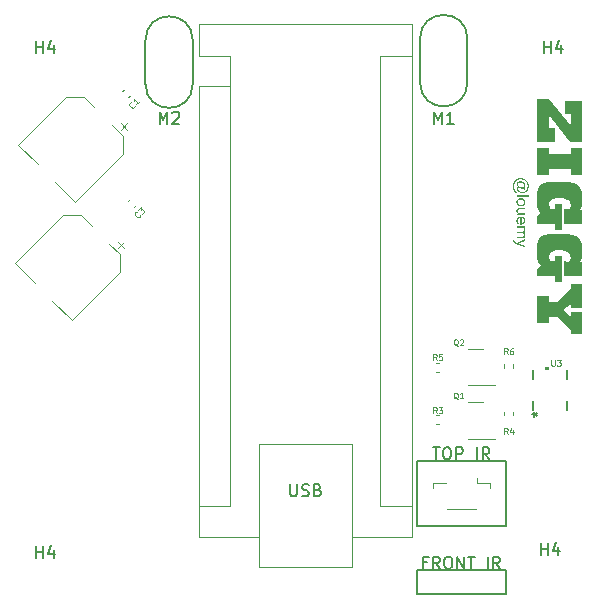
<source format=gbr>
%TF.GenerationSoftware,KiCad,Pcbnew,7.0.2*%
%TF.CreationDate,2023-08-25T16:22:19-05:00*%
%TF.ProjectId,ziggy,7a696767-792e-46b6-9963-61645f706362,rev?*%
%TF.SameCoordinates,Original*%
%TF.FileFunction,Legend,Top*%
%TF.FilePolarity,Positive*%
%FSLAX46Y46*%
G04 Gerber Fmt 4.6, Leading zero omitted, Abs format (unit mm)*
G04 Created by KiCad (PCBNEW 7.0.2) date 2023-08-25 16:22:19*
%MOMM*%
%LPD*%
G01*
G04 APERTURE LIST*
%ADD10C,0.150000*%
%ADD11C,0.100000*%
%ADD12C,0.120000*%
%ADD13C,0.152400*%
G04 APERTURE END LIST*
D10*
X161249999Y-97375000D02*
G75*
G03*
X157249999Y-97375000I-2000000J0D01*
G01*
X161249999Y-97375000D02*
X161250000Y-101125000D01*
X184500000Y-97250000D02*
X184500001Y-101000000D01*
X180250000Y-133000000D02*
X187750000Y-133000000D01*
X187750000Y-138500000D01*
X180250000Y-138500000D01*
X180250000Y-133000000D01*
X180499999Y-101000000D02*
G75*
G03*
X184500001Y-101000000I2000001J0D01*
G01*
X184500000Y-97250000D02*
G75*
G03*
X180500000Y-97250000I-2000000J0D01*
G01*
X180500000Y-97250000D02*
X180499999Y-101000000D01*
X180250000Y-142250000D02*
X187750000Y-142250000D01*
X187750000Y-144250000D01*
X180250000Y-144250000D01*
X180250000Y-142250000D01*
X157249999Y-97375000D02*
X157249998Y-101125000D01*
X157249998Y-101125000D02*
G75*
G03*
X161250000Y-101125000I2000001J0D01*
G01*
G36*
X189005115Y-109076270D02*
G01*
X189015601Y-109076471D01*
X189026055Y-109076806D01*
X189036478Y-109077276D01*
X189046870Y-109077879D01*
X189057229Y-109078616D01*
X189067558Y-109079487D01*
X189077855Y-109080493D01*
X189088120Y-109081632D01*
X189098354Y-109082906D01*
X189108556Y-109084313D01*
X189118727Y-109085855D01*
X189128866Y-109087530D01*
X189138974Y-109089340D01*
X189149051Y-109091284D01*
X189159096Y-109093361D01*
X189169109Y-109095573D01*
X189179091Y-109097919D01*
X189189042Y-109100399D01*
X189198961Y-109103013D01*
X189208848Y-109105761D01*
X189218704Y-109108643D01*
X189228529Y-109111659D01*
X189238322Y-109114809D01*
X189248084Y-109118093D01*
X189257814Y-109121511D01*
X189267512Y-109125064D01*
X189277180Y-109128750D01*
X189286815Y-109132570D01*
X189296419Y-109136525D01*
X189305992Y-109140613D01*
X189315533Y-109144836D01*
X189327156Y-109150155D01*
X189338607Y-109155612D01*
X189349886Y-109161205D01*
X189360993Y-109166936D01*
X189371929Y-109172803D01*
X189382692Y-109178807D01*
X189393285Y-109184948D01*
X189403705Y-109191226D01*
X189413954Y-109197641D01*
X189424031Y-109204193D01*
X189433936Y-109210882D01*
X189443669Y-109217708D01*
X189453231Y-109224670D01*
X189462621Y-109231770D01*
X189471839Y-109239006D01*
X189480886Y-109246379D01*
X189489761Y-109253890D01*
X189498464Y-109261537D01*
X189506995Y-109269321D01*
X189515355Y-109277242D01*
X189523542Y-109285300D01*
X189531559Y-109293494D01*
X189539403Y-109301826D01*
X189547076Y-109310295D01*
X189554576Y-109318900D01*
X189561906Y-109327643D01*
X189569063Y-109336522D01*
X189576049Y-109345538D01*
X189582863Y-109354691D01*
X189589505Y-109363981D01*
X189595976Y-109373408D01*
X189602274Y-109382972D01*
X189608390Y-109392669D01*
X189614312Y-109402494D01*
X189620040Y-109412447D01*
X189625573Y-109422528D01*
X189630912Y-109432738D01*
X189636057Y-109443076D01*
X189641008Y-109453542D01*
X189645765Y-109464137D01*
X189650328Y-109474860D01*
X189654696Y-109485712D01*
X189658870Y-109496691D01*
X189662850Y-109507799D01*
X189666636Y-109519036D01*
X189670228Y-109530401D01*
X189673626Y-109541894D01*
X189676830Y-109553515D01*
X189679839Y-109565265D01*
X189682654Y-109577142D01*
X189685275Y-109589149D01*
X189687702Y-109601283D01*
X189689935Y-109613546D01*
X189691974Y-109625938D01*
X189693818Y-109638457D01*
X189695468Y-109651105D01*
X189696925Y-109663881D01*
X189698187Y-109676786D01*
X189699254Y-109689819D01*
X189700128Y-109702980D01*
X189700808Y-109716270D01*
X189701293Y-109729687D01*
X189701584Y-109743234D01*
X189701681Y-109756908D01*
X189701613Y-109767529D01*
X189701407Y-109778082D01*
X189701065Y-109788566D01*
X189700586Y-109798983D01*
X189699970Y-109809331D01*
X189699217Y-109819611D01*
X189698327Y-109829822D01*
X189697300Y-109839966D01*
X189696136Y-109850041D01*
X189694836Y-109860048D01*
X189693398Y-109869987D01*
X189691824Y-109879858D01*
X189690112Y-109889660D01*
X189688264Y-109899394D01*
X189686279Y-109909060D01*
X189684157Y-109918658D01*
X189681898Y-109928187D01*
X189676969Y-109947042D01*
X189671493Y-109965623D01*
X189665469Y-109983932D01*
X189658897Y-110001968D01*
X189651778Y-110019731D01*
X189644111Y-110037221D01*
X189635896Y-110054438D01*
X189631584Y-110062944D01*
X189622584Y-110079694D01*
X189613048Y-110095993D01*
X189602976Y-110111843D01*
X189592367Y-110127241D01*
X189581223Y-110142190D01*
X189569542Y-110156688D01*
X189557325Y-110170736D01*
X189544572Y-110184333D01*
X189531283Y-110197480D01*
X189517457Y-110210177D01*
X189503096Y-110222424D01*
X189488198Y-110234220D01*
X189472764Y-110245566D01*
X189456793Y-110256461D01*
X189440287Y-110266906D01*
X189431833Y-110271960D01*
X189423244Y-110276901D01*
X189408265Y-110284975D01*
X189393122Y-110292529D01*
X189377818Y-110299561D01*
X189362352Y-110306073D01*
X189346723Y-110312063D01*
X189330932Y-110317533D01*
X189314979Y-110322482D01*
X189298864Y-110326910D01*
X189282586Y-110330817D01*
X189266147Y-110334203D01*
X189249545Y-110337068D01*
X189232781Y-110339412D01*
X189215855Y-110341235D01*
X189198766Y-110342538D01*
X189181516Y-110343319D01*
X189164103Y-110343579D01*
X189151660Y-110343443D01*
X189139304Y-110343033D01*
X189127035Y-110342349D01*
X189114853Y-110341393D01*
X189102759Y-110340163D01*
X189090753Y-110338659D01*
X189078833Y-110336883D01*
X189067001Y-110334832D01*
X189055256Y-110332509D01*
X189043599Y-110329912D01*
X189032028Y-110327042D01*
X189020545Y-110323899D01*
X189009150Y-110320482D01*
X188997841Y-110316792D01*
X188986620Y-110312828D01*
X188975486Y-110308592D01*
X188964440Y-110304081D01*
X188953481Y-110299298D01*
X188942609Y-110294241D01*
X188931824Y-110288911D01*
X188921127Y-110283307D01*
X188910517Y-110277431D01*
X188899994Y-110271280D01*
X188889559Y-110264857D01*
X188879210Y-110258160D01*
X188868950Y-110251190D01*
X188858776Y-110243946D01*
X188848690Y-110236429D01*
X188838691Y-110228639D01*
X188828779Y-110220575D01*
X188818955Y-110212239D01*
X188809218Y-110203628D01*
X188800653Y-110195790D01*
X188792359Y-110187905D01*
X188784338Y-110179975D01*
X188776589Y-110171999D01*
X188769111Y-110163977D01*
X188761905Y-110155909D01*
X188754972Y-110147796D01*
X188748310Y-110139637D01*
X188741920Y-110131432D01*
X188735802Y-110123181D01*
X188729956Y-110114884D01*
X188724382Y-110106542D01*
X188719079Y-110098154D01*
X188714049Y-110089719D01*
X188704804Y-110072714D01*
X188696647Y-110055525D01*
X188689577Y-110038154D01*
X188683595Y-110020599D01*
X188678701Y-110002861D01*
X188674894Y-109984939D01*
X188672175Y-109966835D01*
X188670543Y-109948547D01*
X188670000Y-109930076D01*
X188670225Y-109918513D01*
X188670900Y-109907514D01*
X188672026Y-109897081D01*
X188673602Y-109887212D01*
X188676206Y-109875670D01*
X188679513Y-109865010D01*
X188683523Y-109855233D01*
X188684410Y-109853384D01*
X188689211Y-109844677D01*
X188695760Y-109835220D01*
X188703167Y-109826845D01*
X188711433Y-109819552D01*
X188720558Y-109813341D01*
X188725443Y-109810642D01*
X188735640Y-109806428D01*
X188745291Y-109803669D01*
X188756660Y-109801253D01*
X188767446Y-109799503D01*
X188779424Y-109797990D01*
X188784549Y-109797452D01*
X188775019Y-109789021D01*
X188765845Y-109780396D01*
X188757027Y-109771579D01*
X188748566Y-109762568D01*
X188740460Y-109753363D01*
X188732712Y-109743966D01*
X188725319Y-109734375D01*
X188718283Y-109724592D01*
X188711604Y-109714615D01*
X188705280Y-109704445D01*
X188701263Y-109697557D01*
X188695676Y-109687203D01*
X188690638Y-109676840D01*
X188686150Y-109666469D01*
X188682212Y-109656089D01*
X188678823Y-109645701D01*
X188675983Y-109635304D01*
X188673694Y-109624898D01*
X188671953Y-109614484D01*
X188671678Y-109612072D01*
X188771605Y-109612072D01*
X188772171Y-109624157D01*
X188773440Y-109633970D01*
X188775434Y-109643914D01*
X188778153Y-109653987D01*
X188781597Y-109664190D01*
X188785767Y-109674522D01*
X188790661Y-109684985D01*
X188794808Y-109692916D01*
X188800956Y-109703541D01*
X188807798Y-109714043D01*
X188815335Y-109724424D01*
X188821444Y-109732129D01*
X188827944Y-109739765D01*
X188834834Y-109747333D01*
X188842114Y-109754832D01*
X188849786Y-109762262D01*
X188857848Y-109769624D01*
X188863440Y-109774494D01*
X188872218Y-109781651D01*
X188881426Y-109788559D01*
X188891063Y-109795217D01*
X188901130Y-109801627D01*
X188911625Y-109807788D01*
X188922550Y-109813700D01*
X188933905Y-109819363D01*
X188945689Y-109824777D01*
X188957902Y-109829942D01*
X188970544Y-109834858D01*
X188979211Y-109837997D01*
X188992402Y-109842449D01*
X189005598Y-109846463D01*
X189018798Y-109850040D01*
X189032002Y-109853178D01*
X189045210Y-109855878D01*
X189058423Y-109858141D01*
X189071640Y-109859966D01*
X189084861Y-109861352D01*
X189098087Y-109862301D01*
X189111317Y-109862812D01*
X189120139Y-109862909D01*
X189131728Y-109862728D01*
X189142987Y-109862184D01*
X189153916Y-109861278D01*
X189164515Y-109860009D01*
X189174784Y-109858378D01*
X189184722Y-109856384D01*
X189194331Y-109854027D01*
X189208124Y-109849812D01*
X189221175Y-109844782D01*
X189233484Y-109838936D01*
X189245049Y-109832274D01*
X189255872Y-109824797D01*
X189265952Y-109816503D01*
X189275249Y-109807624D01*
X189283632Y-109798388D01*
X189291100Y-109788796D01*
X189297654Y-109778848D01*
X189303293Y-109768543D01*
X189308018Y-109757882D01*
X189311828Y-109746865D01*
X189314724Y-109735491D01*
X189316706Y-109723761D01*
X189317773Y-109711674D01*
X189317976Y-109703419D01*
X189317625Y-109692508D01*
X189316571Y-109681758D01*
X189314816Y-109671167D01*
X189312358Y-109660737D01*
X189309198Y-109650468D01*
X189305336Y-109640358D01*
X189300772Y-109630409D01*
X189295505Y-109620621D01*
X189289460Y-109610950D01*
X189282561Y-109601356D01*
X189274806Y-109591838D01*
X189266196Y-109582397D01*
X189259178Y-109575366D01*
X189251679Y-109568377D01*
X189243699Y-109561432D01*
X189235239Y-109554530D01*
X189226297Y-109547671D01*
X189223210Y-109545394D01*
X189213678Y-109538697D01*
X189203769Y-109532253D01*
X189193483Y-109526063D01*
X189182818Y-109520126D01*
X189171775Y-109514442D01*
X189160355Y-109509012D01*
X189148557Y-109503835D01*
X189136381Y-109498911D01*
X189123828Y-109494241D01*
X189110896Y-109489824D01*
X189102065Y-109487020D01*
X189088839Y-109483091D01*
X189075816Y-109479549D01*
X189062994Y-109476394D01*
X189050373Y-109473625D01*
X189037955Y-109471242D01*
X189025738Y-109469245D01*
X189013723Y-109467635D01*
X189001910Y-109466412D01*
X188990299Y-109465575D01*
X188978889Y-109465124D01*
X188971395Y-109465038D01*
X188959714Y-109465212D01*
X188948364Y-109465736D01*
X188937343Y-109466609D01*
X188926653Y-109467831D01*
X188916293Y-109469403D01*
X188906262Y-109471323D01*
X188896562Y-109473593D01*
X188882631Y-109477652D01*
X188869443Y-109482497D01*
X188856997Y-109488128D01*
X188845294Y-109494545D01*
X188834334Y-109501747D01*
X188824117Y-109509734D01*
X188814732Y-109518229D01*
X188806271Y-109526951D01*
X188798732Y-109535900D01*
X188792117Y-109545077D01*
X188786425Y-109554482D01*
X188781656Y-109564114D01*
X188777810Y-109573973D01*
X188774887Y-109584060D01*
X188772887Y-109594375D01*
X188771810Y-109604917D01*
X188771605Y-109612072D01*
X188671678Y-109612072D01*
X188670763Y-109604061D01*
X188670122Y-109593630D01*
X188670000Y-109586671D01*
X188670315Y-109575250D01*
X188671262Y-109563885D01*
X188672840Y-109552575D01*
X188675048Y-109541322D01*
X188677888Y-109530124D01*
X188681360Y-109518982D01*
X188685462Y-109507896D01*
X188690195Y-109496866D01*
X188695560Y-109485891D01*
X188701555Y-109474973D01*
X188705903Y-109467725D01*
X188712974Y-109457106D01*
X188720724Y-109446865D01*
X188729152Y-109437001D01*
X188738258Y-109427516D01*
X188748042Y-109418408D01*
X188758505Y-109409679D01*
X188769646Y-109401327D01*
X188781466Y-109393353D01*
X188793964Y-109385756D01*
X188802673Y-109380902D01*
X188811683Y-109376216D01*
X188816301Y-109373935D01*
X188825670Y-109369588D01*
X188835153Y-109365520D01*
X188844751Y-109361734D01*
X188854464Y-109358227D01*
X188864291Y-109355002D01*
X188874232Y-109352056D01*
X188884288Y-109349392D01*
X188894459Y-109347008D01*
X188904744Y-109344904D01*
X188915143Y-109343081D01*
X188925657Y-109341538D01*
X188936285Y-109340276D01*
X188947028Y-109339294D01*
X188957885Y-109338593D01*
X188968857Y-109338172D01*
X188979944Y-109338032D01*
X188993654Y-109338250D01*
X189007368Y-109338906D01*
X189021085Y-109339998D01*
X189034807Y-109341527D01*
X189048532Y-109343494D01*
X189062261Y-109345897D01*
X189075994Y-109348737D01*
X189089731Y-109352015D01*
X189103471Y-109355729D01*
X189117216Y-109359880D01*
X189130964Y-109364468D01*
X189144716Y-109369493D01*
X189158472Y-109374955D01*
X189172231Y-109380854D01*
X189185995Y-109387190D01*
X189199762Y-109393963D01*
X189213317Y-109401061D01*
X189226442Y-109408370D01*
X189239138Y-109415891D01*
X189251404Y-109423623D01*
X189263242Y-109431568D01*
X189274649Y-109439724D01*
X189285628Y-109448093D01*
X189296177Y-109456673D01*
X189306297Y-109465464D01*
X189315987Y-109474468D01*
X189325249Y-109483683D01*
X189334081Y-109493111D01*
X189342483Y-109502750D01*
X189350456Y-109512600D01*
X189358000Y-109522663D01*
X189365115Y-109532937D01*
X189371799Y-109543328D01*
X189378052Y-109553679D01*
X189383874Y-109563990D01*
X189389264Y-109574260D01*
X189394223Y-109584491D01*
X189398751Y-109594681D01*
X189402848Y-109604832D01*
X189406514Y-109614942D01*
X189409748Y-109625012D01*
X189412551Y-109635042D01*
X189414923Y-109645032D01*
X189416864Y-109654982D01*
X189418373Y-109664892D01*
X189419451Y-109674762D01*
X189420098Y-109684592D01*
X189420314Y-109694382D01*
X189420039Y-109705552D01*
X189419214Y-109716624D01*
X189417841Y-109727597D01*
X189415917Y-109738472D01*
X189413444Y-109749247D01*
X189410422Y-109759924D01*
X189406850Y-109770502D01*
X189402728Y-109780981D01*
X189398057Y-109791362D01*
X189392836Y-109801644D01*
X189389050Y-109808443D01*
X189382901Y-109818520D01*
X189376176Y-109828327D01*
X189368876Y-109837863D01*
X189361001Y-109847129D01*
X189352550Y-109856124D01*
X189343524Y-109864849D01*
X189333923Y-109873303D01*
X189323746Y-109881487D01*
X189312994Y-109889401D01*
X189301667Y-109897043D01*
X189293796Y-109901988D01*
X189404682Y-109925191D01*
X189404682Y-110048290D01*
X188938178Y-109949371D01*
X188926366Y-109946887D01*
X188915231Y-109944563D01*
X188904773Y-109942399D01*
X188894993Y-109940396D01*
X188881593Y-109937691D01*
X188869717Y-109935347D01*
X188859365Y-109933363D01*
X188847933Y-109931279D01*
X188837454Y-109929576D01*
X188830467Y-109928855D01*
X188820294Y-109929956D01*
X188810932Y-109933260D01*
X188802382Y-109938766D01*
X188797983Y-109942777D01*
X188791489Y-109951190D01*
X188787121Y-109960491D01*
X188784877Y-109970681D01*
X188784549Y-109976727D01*
X188785575Y-109988654D01*
X188787872Y-109998994D01*
X188791483Y-110010044D01*
X188796406Y-110021804D01*
X188800959Y-110031090D01*
X188806252Y-110040775D01*
X188812282Y-110050859D01*
X188819052Y-110061343D01*
X188826559Y-110072226D01*
X188833606Y-110081898D01*
X188840947Y-110091315D01*
X188848581Y-110100476D01*
X188856509Y-110109381D01*
X188864732Y-110118031D01*
X188873248Y-110126425D01*
X188882058Y-110134563D01*
X188891161Y-110142445D01*
X188900559Y-110150072D01*
X188910251Y-110157443D01*
X188920236Y-110164559D01*
X188930515Y-110171419D01*
X188941088Y-110178023D01*
X188951955Y-110184371D01*
X188963116Y-110190464D01*
X188974570Y-110196301D01*
X188986195Y-110201832D01*
X188997865Y-110207006D01*
X189009581Y-110211823D01*
X189021343Y-110216283D01*
X189033150Y-110220387D01*
X189045004Y-110224133D01*
X189056903Y-110227523D01*
X189068848Y-110230556D01*
X189080839Y-110233232D01*
X189092875Y-110235552D01*
X189104958Y-110237514D01*
X189117086Y-110239120D01*
X189129260Y-110240369D01*
X189141480Y-110241261D01*
X189153745Y-110241796D01*
X189166057Y-110241974D01*
X189180407Y-110241744D01*
X189194637Y-110241055D01*
X189208747Y-110239905D01*
X189222736Y-110238295D01*
X189236606Y-110236226D01*
X189250355Y-110233697D01*
X189263984Y-110230708D01*
X189277493Y-110227259D01*
X189290881Y-110223350D01*
X189304149Y-110218981D01*
X189317297Y-110214153D01*
X189330325Y-110208864D01*
X189343233Y-110203116D01*
X189356020Y-110196908D01*
X189368688Y-110190240D01*
X189381235Y-110183112D01*
X189393595Y-110175558D01*
X189405640Y-110167553D01*
X189417370Y-110159095D01*
X189428786Y-110150185D01*
X189439886Y-110140823D01*
X189450672Y-110131008D01*
X189461143Y-110120741D01*
X189471299Y-110110022D01*
X189481140Y-110098851D01*
X189490667Y-110087227D01*
X189499878Y-110075152D01*
X189508775Y-110062624D01*
X189517357Y-110049644D01*
X189525624Y-110036211D01*
X189533576Y-110022327D01*
X189541214Y-110007990D01*
X189548490Y-109993361D01*
X189555296Y-109978539D01*
X189561633Y-109963525D01*
X189567500Y-109948318D01*
X189572899Y-109932918D01*
X189577827Y-109917326D01*
X189582287Y-109901541D01*
X189586277Y-109885563D01*
X189589797Y-109869392D01*
X189592848Y-109853029D01*
X189595430Y-109836473D01*
X189597542Y-109819724D01*
X189599185Y-109802783D01*
X189600359Y-109785649D01*
X189601063Y-109768322D01*
X189601297Y-109750802D01*
X189601224Y-109740785D01*
X189601002Y-109730822D01*
X189600632Y-109720913D01*
X189600114Y-109711059D01*
X189599449Y-109701259D01*
X189598636Y-109691514D01*
X189596565Y-109672186D01*
X189593903Y-109653076D01*
X189590650Y-109634184D01*
X189586805Y-109615509D01*
X189582369Y-109597051D01*
X189577341Y-109578811D01*
X189571721Y-109560789D01*
X189565510Y-109542984D01*
X189558708Y-109525396D01*
X189551314Y-109508027D01*
X189543328Y-109490874D01*
X189534751Y-109473939D01*
X189525582Y-109457222D01*
X189515861Y-109440846D01*
X189505627Y-109424936D01*
X189494879Y-109409492D01*
X189483618Y-109394513D01*
X189471844Y-109379999D01*
X189459556Y-109365952D01*
X189446756Y-109352369D01*
X189433442Y-109339253D01*
X189419614Y-109326602D01*
X189405274Y-109314416D01*
X189390420Y-109302697D01*
X189375052Y-109291442D01*
X189359172Y-109280654D01*
X189342778Y-109270331D01*
X189325871Y-109260473D01*
X189317225Y-109255719D01*
X189308450Y-109251081D01*
X189299607Y-109246573D01*
X189290723Y-109242208D01*
X189281798Y-109237986D01*
X189272833Y-109233908D01*
X189263827Y-109229972D01*
X189254781Y-109226180D01*
X189245694Y-109222530D01*
X189236567Y-109219024D01*
X189218190Y-109212441D01*
X189199652Y-109206431D01*
X189180951Y-109200992D01*
X189162088Y-109196127D01*
X189143063Y-109191833D01*
X189123875Y-109188112D01*
X189114221Y-109186467D01*
X189104526Y-109184964D01*
X189094790Y-109183604D01*
X189085014Y-109182388D01*
X189075197Y-109181315D01*
X189065340Y-109180384D01*
X189055442Y-109179597D01*
X189045504Y-109178953D01*
X189035525Y-109178452D01*
X189025505Y-109178095D01*
X189015445Y-109177880D01*
X189005345Y-109177808D01*
X188994812Y-109177880D01*
X188984371Y-109178095D01*
X188974021Y-109178452D01*
X188963763Y-109178953D01*
X188953596Y-109179597D01*
X188943521Y-109180384D01*
X188933538Y-109181315D01*
X188923646Y-109182388D01*
X188913845Y-109183604D01*
X188904137Y-109184964D01*
X188884994Y-109188112D01*
X188866218Y-109191833D01*
X188847808Y-109196127D01*
X188829765Y-109200992D01*
X188812088Y-109206431D01*
X188794777Y-109212441D01*
X188777833Y-109219024D01*
X188761255Y-109226180D01*
X188745043Y-109233908D01*
X188729198Y-109242208D01*
X188713719Y-109251081D01*
X188698673Y-109260494D01*
X188684127Y-109270414D01*
X188670082Y-109280843D01*
X188656536Y-109291778D01*
X188643490Y-109303221D01*
X188630944Y-109315172D01*
X188618897Y-109327630D01*
X188607351Y-109340596D01*
X188596305Y-109354070D01*
X188585759Y-109368051D01*
X188575712Y-109382539D01*
X188566166Y-109397535D01*
X188557119Y-109413039D01*
X188548573Y-109429050D01*
X188540526Y-109445569D01*
X188532979Y-109462595D01*
X188525911Y-109480023D01*
X188519298Y-109497682D01*
X188513141Y-109515575D01*
X188507441Y-109533701D01*
X188502196Y-109552059D01*
X188497408Y-109570650D01*
X188493075Y-109589474D01*
X188489199Y-109608531D01*
X188487432Y-109618146D01*
X188485778Y-109627820D01*
X188484239Y-109637552D01*
X188482814Y-109647342D01*
X188481503Y-109657191D01*
X188480306Y-109667097D01*
X188479223Y-109677062D01*
X188478254Y-109687085D01*
X188477399Y-109697166D01*
X188476657Y-109707306D01*
X188476030Y-109717503D01*
X188475517Y-109727759D01*
X188475118Y-109738073D01*
X188474833Y-109748445D01*
X188474662Y-109758876D01*
X188474605Y-109769364D01*
X188474665Y-109780558D01*
X188474846Y-109791637D01*
X188475146Y-109802603D01*
X188475567Y-109813454D01*
X188476108Y-109824192D01*
X188476769Y-109834815D01*
X188477550Y-109845324D01*
X188478452Y-109855720D01*
X188479474Y-109866001D01*
X188480616Y-109876168D01*
X188481878Y-109886222D01*
X188483261Y-109896161D01*
X188484763Y-109905986D01*
X188486386Y-109915697D01*
X188489993Y-109934778D01*
X188494080Y-109953402D01*
X188498648Y-109971571D01*
X188503697Y-109989283D01*
X188509227Y-110006540D01*
X188515237Y-110023340D01*
X188521729Y-110039684D01*
X188528701Y-110055572D01*
X188536154Y-110071004D01*
X188543951Y-110085969D01*
X188551954Y-110100455D01*
X188560163Y-110114461D01*
X188568578Y-110127989D01*
X188577199Y-110141038D01*
X188586026Y-110153608D01*
X188595059Y-110165699D01*
X188604298Y-110177311D01*
X188613744Y-110188444D01*
X188623395Y-110199098D01*
X188633252Y-110209274D01*
X188643316Y-110218970D01*
X188653586Y-110228187D01*
X188664061Y-110236925D01*
X188674743Y-110245185D01*
X188685631Y-110252965D01*
X188685631Y-110377285D01*
X188676492Y-110372723D01*
X188667332Y-110367767D01*
X188658151Y-110362419D01*
X188648949Y-110356677D01*
X188639726Y-110350542D01*
X188630482Y-110344014D01*
X188621217Y-110337094D01*
X188611931Y-110329780D01*
X188602624Y-110322073D01*
X188593296Y-110313973D01*
X188583947Y-110305479D01*
X188574577Y-110296593D01*
X188565186Y-110287314D01*
X188555774Y-110277641D01*
X188546341Y-110267576D01*
X188536887Y-110257117D01*
X188527547Y-110246336D01*
X188518454Y-110235303D01*
X188509610Y-110224019D01*
X188501014Y-110212482D01*
X188492666Y-110200694D01*
X188484566Y-110188653D01*
X188476714Y-110176361D01*
X188469110Y-110163817D01*
X188461754Y-110151021D01*
X188454646Y-110137973D01*
X188447786Y-110124673D01*
X188441174Y-110111121D01*
X188434811Y-110097318D01*
X188428695Y-110083262D01*
X188422828Y-110068955D01*
X188417208Y-110054396D01*
X188411855Y-110039523D01*
X188406847Y-110024274D01*
X188402184Y-110008649D01*
X188397867Y-109992648D01*
X188393895Y-109976272D01*
X188390269Y-109959519D01*
X188386988Y-109942390D01*
X188384052Y-109924886D01*
X188381462Y-109907006D01*
X188379217Y-109888750D01*
X188377317Y-109870118D01*
X188375763Y-109851109D01*
X188374554Y-109831726D01*
X188374079Y-109821893D01*
X188373691Y-109811966D01*
X188373389Y-109801945D01*
X188373173Y-109791830D01*
X188373043Y-109781621D01*
X188373000Y-109771318D01*
X188373154Y-109752359D01*
X188373615Y-109733583D01*
X188374383Y-109714990D01*
X188375458Y-109696580D01*
X188376840Y-109678353D01*
X188378530Y-109660310D01*
X188380527Y-109642450D01*
X188382831Y-109624773D01*
X188385442Y-109607279D01*
X188388361Y-109589968D01*
X188391587Y-109572841D01*
X188395119Y-109555896D01*
X188398960Y-109539135D01*
X188403107Y-109522557D01*
X188407562Y-109506162D01*
X188412323Y-109489951D01*
X188417394Y-109474010D01*
X188422776Y-109458367D01*
X188428469Y-109443022D01*
X188434473Y-109427974D01*
X188440788Y-109413224D01*
X188447414Y-109398772D01*
X188454351Y-109384617D01*
X188461599Y-109370760D01*
X188469158Y-109357201D01*
X188477029Y-109343939D01*
X188485210Y-109330975D01*
X188493702Y-109318309D01*
X188502505Y-109305940D01*
X188511619Y-109293869D01*
X188521045Y-109282096D01*
X188530781Y-109270621D01*
X188540765Y-109259467D01*
X188550935Y-109248662D01*
X188561289Y-109238203D01*
X188571829Y-109228092D01*
X188582554Y-109218328D01*
X188593464Y-109208911D01*
X188604559Y-109199842D01*
X188615839Y-109191120D01*
X188627304Y-109182745D01*
X188638954Y-109174717D01*
X188650789Y-109167037D01*
X188662810Y-109159704D01*
X188675015Y-109152718D01*
X188687406Y-109146080D01*
X188699981Y-109139788D01*
X188712742Y-109133845D01*
X188729127Y-109126865D01*
X188745677Y-109120335D01*
X188762390Y-109114256D01*
X188779268Y-109108627D01*
X188796309Y-109103448D01*
X188813515Y-109098719D01*
X188830885Y-109094441D01*
X188848419Y-109090614D01*
X188866117Y-109087236D01*
X188883979Y-109084309D01*
X188902005Y-109081832D01*
X188920196Y-109079806D01*
X188938550Y-109078230D01*
X188957069Y-109077104D01*
X188975751Y-109076428D01*
X188994598Y-109076203D01*
X189005115Y-109076270D01*
G37*
G36*
X188670000Y-110510397D02*
G01*
X189686050Y-110510397D01*
X189686050Y-110634228D01*
X188670000Y-110634228D01*
X188670000Y-110510397D01*
G37*
G36*
X189049954Y-110777953D02*
G01*
X189062361Y-110778284D01*
X189074563Y-110778835D01*
X189086559Y-110779606D01*
X189098350Y-110780598D01*
X189109935Y-110781810D01*
X189121315Y-110783243D01*
X189132489Y-110784896D01*
X189143457Y-110786769D01*
X189154220Y-110788863D01*
X189164777Y-110791177D01*
X189175128Y-110793711D01*
X189185274Y-110796466D01*
X189195214Y-110799442D01*
X189204949Y-110802637D01*
X189214478Y-110806053D01*
X189223801Y-110809690D01*
X189232919Y-110813547D01*
X189241831Y-110817624D01*
X189259039Y-110826439D01*
X189275424Y-110836137D01*
X189290987Y-110846715D01*
X189305728Y-110858176D01*
X189319646Y-110870518D01*
X189332741Y-110883741D01*
X189338981Y-110890683D01*
X189348830Y-110902599D01*
X189358043Y-110914837D01*
X189366621Y-110927397D01*
X189374564Y-110940280D01*
X189381871Y-110953485D01*
X189388543Y-110967013D01*
X189394579Y-110980863D01*
X189399980Y-110995036D01*
X189404746Y-111009531D01*
X189408876Y-111024349D01*
X189412371Y-111039489D01*
X189415230Y-111054952D01*
X189417454Y-111070737D01*
X189419043Y-111086845D01*
X189419996Y-111103275D01*
X189420314Y-111120027D01*
X189419926Y-111138619D01*
X189418764Y-111156782D01*
X189416827Y-111174516D01*
X189414116Y-111191820D01*
X189410630Y-111208694D01*
X189406369Y-111225140D01*
X189401333Y-111241156D01*
X189395523Y-111256742D01*
X189388938Y-111271900D01*
X189381578Y-111286628D01*
X189373444Y-111300926D01*
X189364535Y-111314796D01*
X189354851Y-111328236D01*
X189344392Y-111341247D01*
X189333159Y-111353828D01*
X189321151Y-111365980D01*
X189308490Y-111377544D01*
X189295238Y-111388363D01*
X189281395Y-111398435D01*
X189266960Y-111407761D01*
X189251933Y-111416341D01*
X189236315Y-111424175D01*
X189220105Y-111431262D01*
X189203304Y-111437604D01*
X189185911Y-111443200D01*
X189167927Y-111448049D01*
X189149351Y-111452153D01*
X189130184Y-111455510D01*
X189120378Y-111456909D01*
X189110425Y-111458122D01*
X189100323Y-111459147D01*
X189090074Y-111459987D01*
X189079677Y-111460640D01*
X189069132Y-111461106D01*
X189058440Y-111461386D01*
X189047599Y-111461479D01*
X189030158Y-111461314D01*
X189013187Y-111460819D01*
X188996689Y-111459993D01*
X188980661Y-111458838D01*
X188965105Y-111457353D01*
X188950020Y-111455537D01*
X188935407Y-111453391D01*
X188921264Y-111450915D01*
X188907593Y-111448109D01*
X188894394Y-111444973D01*
X188881666Y-111441507D01*
X188869409Y-111437711D01*
X188857623Y-111433585D01*
X188846308Y-111429128D01*
X188835465Y-111424342D01*
X188825094Y-111419225D01*
X188815099Y-111413792D01*
X188805386Y-111408058D01*
X188795956Y-111402023D01*
X188786809Y-111395686D01*
X188777943Y-111389048D01*
X188769361Y-111382108D01*
X188761060Y-111374866D01*
X188753042Y-111367323D01*
X188745306Y-111359479D01*
X188737853Y-111351333D01*
X188730682Y-111342886D01*
X188723794Y-111334137D01*
X188717188Y-111325086D01*
X188710864Y-111315735D01*
X188704823Y-111306081D01*
X188699064Y-111296127D01*
X188693652Y-111285993D01*
X188688589Y-111275744D01*
X188683875Y-111265378D01*
X188679510Y-111254895D01*
X188675494Y-111244296D01*
X188671828Y-111233581D01*
X188668510Y-111222750D01*
X188665542Y-111211802D01*
X188662923Y-111200737D01*
X188660653Y-111189556D01*
X188658733Y-111178259D01*
X188657161Y-111166846D01*
X188655939Y-111155316D01*
X188655066Y-111143669D01*
X188654543Y-111131907D01*
X188654368Y-111120027D01*
X188755973Y-111120027D01*
X188756249Y-111131416D01*
X188757076Y-111142563D01*
X188758455Y-111153467D01*
X188760385Y-111164129D01*
X188762866Y-111174548D01*
X188765899Y-111184725D01*
X188769484Y-111194660D01*
X188773620Y-111204352D01*
X188778307Y-111213802D01*
X188783546Y-111223010D01*
X188789336Y-111231976D01*
X188795678Y-111240699D01*
X188802571Y-111249179D01*
X188810016Y-111257418D01*
X188818012Y-111265414D01*
X188826559Y-111273168D01*
X188835672Y-111280562D01*
X188845362Y-111287479D01*
X188855631Y-111293919D01*
X188866478Y-111299882D01*
X188877903Y-111305368D01*
X188889906Y-111310377D01*
X188902487Y-111314908D01*
X188915647Y-111318963D01*
X188929384Y-111322541D01*
X188943700Y-111325642D01*
X188958594Y-111328265D01*
X188974067Y-111330412D01*
X188990117Y-111332082D01*
X189006746Y-111333274D01*
X189023952Y-111333990D01*
X189041737Y-111334228D01*
X189058544Y-111333988D01*
X189074832Y-111333267D01*
X189090601Y-111332065D01*
X189105851Y-111330382D01*
X189120582Y-111328218D01*
X189134794Y-111325573D01*
X189148487Y-111322447D01*
X189161660Y-111318841D01*
X189174315Y-111314754D01*
X189186451Y-111310186D01*
X189198068Y-111305137D01*
X189209166Y-111299607D01*
X189219744Y-111293596D01*
X189229804Y-111287105D01*
X189239345Y-111280132D01*
X189248367Y-111272679D01*
X189256885Y-111264899D01*
X189264853Y-111256884D01*
X189272272Y-111248634D01*
X189279141Y-111240149D01*
X189285461Y-111231430D01*
X189291231Y-111222476D01*
X189296452Y-111213287D01*
X189301123Y-111203864D01*
X189305245Y-111194206D01*
X189308817Y-111184313D01*
X189311839Y-111174185D01*
X189314312Y-111163823D01*
X189316236Y-111153226D01*
X189317609Y-111142395D01*
X189318434Y-111131328D01*
X189318709Y-111120027D01*
X189318436Y-111108550D01*
X189317617Y-111097320D01*
X189316253Y-111086339D01*
X189314343Y-111075606D01*
X189311887Y-111065120D01*
X189308885Y-111054883D01*
X189305338Y-111044894D01*
X189301245Y-111035153D01*
X189296606Y-111025660D01*
X189291422Y-111016415D01*
X189285692Y-111007418D01*
X189279416Y-110998669D01*
X189272594Y-110990168D01*
X189265227Y-110981916D01*
X189257314Y-110973911D01*
X189248855Y-110966154D01*
X189239844Y-110958760D01*
X189230274Y-110951843D01*
X189220144Y-110945403D01*
X189209456Y-110939440D01*
X189198208Y-110933954D01*
X189186401Y-110928946D01*
X189174036Y-110924414D01*
X189161111Y-110920359D01*
X189147627Y-110916781D01*
X189133584Y-110913680D01*
X189118982Y-110911057D01*
X189103821Y-110908910D01*
X189088100Y-110907240D01*
X189071821Y-110906048D01*
X189054983Y-110905332D01*
X189037585Y-110905094D01*
X189020215Y-110905332D01*
X189003399Y-110906048D01*
X188987135Y-110907240D01*
X188971426Y-110908910D01*
X188956269Y-110911057D01*
X188941666Y-110913680D01*
X188927617Y-110916781D01*
X188914120Y-110920359D01*
X188901177Y-110924414D01*
X188888788Y-110928946D01*
X188876951Y-110933954D01*
X188865669Y-110939440D01*
X188854939Y-110945403D01*
X188844763Y-110951843D01*
X188835140Y-110958760D01*
X188826071Y-110966154D01*
X188817582Y-110973911D01*
X188809642Y-110981916D01*
X188802248Y-110990168D01*
X188795403Y-110998669D01*
X188789105Y-111007418D01*
X188783355Y-111016415D01*
X188778152Y-111025660D01*
X188773497Y-111035153D01*
X188769390Y-111044894D01*
X188765830Y-111054883D01*
X188762818Y-111065120D01*
X188760354Y-111075606D01*
X188758437Y-111086339D01*
X188757068Y-111097320D01*
X188756247Y-111108550D01*
X188755973Y-111120027D01*
X188654368Y-111120027D01*
X188654753Y-111101114D01*
X188655910Y-111082658D01*
X188657837Y-111064661D01*
X188660535Y-111047121D01*
X188664004Y-111030039D01*
X188668244Y-111013415D01*
X188673255Y-110997250D01*
X188679036Y-110981542D01*
X188685589Y-110966292D01*
X188692913Y-110951500D01*
X188701007Y-110937166D01*
X188709872Y-110923290D01*
X188719508Y-110909872D01*
X188729915Y-110896912D01*
X188741093Y-110884409D01*
X188753042Y-110872365D01*
X188765716Y-110860919D01*
X188779069Y-110850212D01*
X188793102Y-110840242D01*
X188807814Y-110831012D01*
X188823205Y-110822520D01*
X188839275Y-110814766D01*
X188856025Y-110807751D01*
X188873454Y-110801474D01*
X188891562Y-110795935D01*
X188910350Y-110791135D01*
X188919998Y-110789012D01*
X188929817Y-110787074D01*
X188939805Y-110785320D01*
X188949963Y-110783751D01*
X188960291Y-110782366D01*
X188970788Y-110781166D01*
X188981456Y-110780151D01*
X188992293Y-110779320D01*
X189003300Y-110778674D01*
X189014477Y-110778212D01*
X189025824Y-110777935D01*
X189037341Y-110777843D01*
X189049954Y-110777953D01*
G37*
G36*
X188670000Y-112080635D02*
G01*
X188777222Y-112080635D01*
X188762345Y-112069741D01*
X188748428Y-112058370D01*
X188735471Y-112046523D01*
X188723473Y-112034198D01*
X188712436Y-112021396D01*
X188702358Y-112008117D01*
X188693240Y-111994361D01*
X188685081Y-111980129D01*
X188677883Y-111965419D01*
X188671644Y-111950232D01*
X188666365Y-111934568D01*
X188662046Y-111918427D01*
X188658687Y-111901809D01*
X188656288Y-111884714D01*
X188654848Y-111867141D01*
X188654368Y-111849092D01*
X188654587Y-111837077D01*
X188655244Y-111825213D01*
X188656339Y-111813498D01*
X188657871Y-111801934D01*
X188659842Y-111790521D01*
X188662251Y-111779257D01*
X188665097Y-111768144D01*
X188668381Y-111757181D01*
X188672104Y-111746368D01*
X188676264Y-111735705D01*
X188679281Y-111728681D01*
X188684063Y-111718445D01*
X188689070Y-111708711D01*
X188694299Y-111699479D01*
X188699751Y-111690750D01*
X188705427Y-111682524D01*
X188713342Y-111672336D01*
X188721654Y-111663042D01*
X188730363Y-111654640D01*
X188739468Y-111647131D01*
X188741807Y-111645394D01*
X188751474Y-111638868D01*
X188761667Y-111632846D01*
X188772387Y-111627327D01*
X188783633Y-111622313D01*
X188795407Y-111617802D01*
X188807707Y-111613795D01*
X188817277Y-111611120D01*
X188827144Y-111608729D01*
X188833886Y-111607292D01*
X188843717Y-111605517D01*
X188854891Y-111603979D01*
X188867409Y-111602678D01*
X188877678Y-111601857D01*
X188888704Y-111601170D01*
X188900485Y-111600615D01*
X188913021Y-111600194D01*
X188926313Y-111599905D01*
X188940361Y-111599750D01*
X188950146Y-111599720D01*
X189404682Y-111599720D01*
X189404682Y-111723551D01*
X188996796Y-111723551D01*
X188984833Y-111723581D01*
X188973368Y-111723670D01*
X188962401Y-111723818D01*
X188951932Y-111724025D01*
X188941961Y-111724291D01*
X188927938Y-111724801D01*
X188915036Y-111725444D01*
X188903255Y-111726221D01*
X188892593Y-111727130D01*
X188880122Y-111728550D01*
X188869642Y-111730206D01*
X188865150Y-111731123D01*
X188853205Y-111734405D01*
X188841916Y-111738511D01*
X188831284Y-111743442D01*
X188821308Y-111749197D01*
X188811989Y-111755776D01*
X188803326Y-111763180D01*
X188795319Y-111771408D01*
X188787969Y-111780460D01*
X188781386Y-111790203D01*
X188775680Y-111800503D01*
X188770853Y-111811361D01*
X188766903Y-111822775D01*
X188763831Y-111834747D01*
X188761636Y-111847276D01*
X188760567Y-111857038D01*
X188759991Y-111867114D01*
X188759881Y-111874005D01*
X188760132Y-111884343D01*
X188760886Y-111894564D01*
X188762141Y-111904670D01*
X188763899Y-111914660D01*
X188766160Y-111924534D01*
X188768923Y-111934292D01*
X188772188Y-111943934D01*
X188775955Y-111953460D01*
X188780225Y-111962871D01*
X188784997Y-111972165D01*
X188788457Y-111978297D01*
X188794044Y-111987205D01*
X188799995Y-111995610D01*
X188806311Y-112003514D01*
X188812992Y-112010915D01*
X188820038Y-112017813D01*
X188827449Y-112024210D01*
X188837898Y-112031957D01*
X188846161Y-112037181D01*
X188854788Y-112041903D01*
X188863781Y-112046123D01*
X188866859Y-112047418D01*
X188876549Y-112051040D01*
X188887024Y-112054307D01*
X188898284Y-112057217D01*
X188910331Y-112059771D01*
X188923163Y-112061968D01*
X188936780Y-112063809D01*
X188951184Y-112065294D01*
X188961223Y-112066086D01*
X188971611Y-112066720D01*
X188982348Y-112067195D01*
X188993434Y-112067511D01*
X189004870Y-112067670D01*
X189010718Y-112067690D01*
X189404682Y-112067690D01*
X189404682Y-112191277D01*
X188670000Y-112191277D01*
X188670000Y-112080635D01*
G37*
G36*
X189042710Y-112340113D02*
G01*
X189054023Y-112340391D01*
X189065174Y-112340853D01*
X189076164Y-112341501D01*
X189086992Y-112342334D01*
X189097658Y-112343352D01*
X189108163Y-112344555D01*
X189118506Y-112345943D01*
X189128687Y-112347517D01*
X189138706Y-112349275D01*
X189148564Y-112351218D01*
X189158260Y-112353347D01*
X189167794Y-112355661D01*
X189186378Y-112360843D01*
X189204314Y-112366766D01*
X189221604Y-112373429D01*
X189238247Y-112380833D01*
X189254243Y-112388977D01*
X189269592Y-112397861D01*
X189284294Y-112407486D01*
X189298350Y-112417851D01*
X189311758Y-112428956D01*
X189318220Y-112434787D01*
X189330583Y-112446853D01*
X189342148Y-112459360D01*
X189352916Y-112472308D01*
X189362886Y-112485696D01*
X189372058Y-112499525D01*
X189380433Y-112513795D01*
X189388011Y-112528506D01*
X189394790Y-112543658D01*
X189400772Y-112559250D01*
X189405957Y-112575284D01*
X189410343Y-112591758D01*
X189413933Y-112608672D01*
X189416724Y-112626028D01*
X189418718Y-112643824D01*
X189419915Y-112662061D01*
X189420314Y-112680739D01*
X189419916Y-112698817D01*
X189418722Y-112716475D01*
X189416733Y-112733713D01*
X189413948Y-112750532D01*
X189410367Y-112766930D01*
X189405991Y-112782909D01*
X189400819Y-112798468D01*
X189394851Y-112813607D01*
X189388088Y-112828327D01*
X189380529Y-112842626D01*
X189372174Y-112856506D01*
X189363023Y-112869966D01*
X189353077Y-112883007D01*
X189342335Y-112895627D01*
X189330798Y-112907828D01*
X189318464Y-112919609D01*
X189305410Y-112930848D01*
X189291708Y-112941362D01*
X189277360Y-112951150D01*
X189262365Y-112960214D01*
X189246723Y-112968553D01*
X189230434Y-112976166D01*
X189213498Y-112983055D01*
X189195915Y-112989218D01*
X189177686Y-112994656D01*
X189158810Y-112999369D01*
X189149129Y-113001454D01*
X189139286Y-113003357D01*
X189129282Y-113005079D01*
X189119116Y-113006620D01*
X189108789Y-113007980D01*
X189098299Y-113009158D01*
X189087648Y-113010155D01*
X189076836Y-113010971D01*
X189065861Y-113011605D01*
X189054725Y-113012058D01*
X189043427Y-113012330D01*
X189031967Y-113012421D01*
X189021961Y-113012352D01*
X189011209Y-113012190D01*
X189001027Y-113011992D01*
X188998262Y-113011933D01*
X188998262Y-112474598D01*
X189099867Y-112474598D01*
X189099867Y-112881995D01*
X189111707Y-112880840D01*
X189123169Y-112879450D01*
X189134254Y-112877825D01*
X189144960Y-112875966D01*
X189155289Y-112873871D01*
X189165240Y-112871542D01*
X189174813Y-112868979D01*
X189188465Y-112864693D01*
X189201266Y-112859880D01*
X189213217Y-112854538D01*
X189224318Y-112848669D01*
X189234569Y-112842271D01*
X189243970Y-112835345D01*
X189253021Y-112827820D01*
X189261487Y-112820023D01*
X189269370Y-112811952D01*
X189276668Y-112803609D01*
X189283383Y-112794992D01*
X189289514Y-112786103D01*
X189295061Y-112776941D01*
X189300024Y-112767506D01*
X189304403Y-112757799D01*
X189308198Y-112747818D01*
X189311410Y-112737565D01*
X189314037Y-112727038D01*
X189316081Y-112716239D01*
X189317541Y-112705167D01*
X189318417Y-112693822D01*
X189318709Y-112682205D01*
X189318476Y-112671655D01*
X189317777Y-112661318D01*
X189316613Y-112651193D01*
X189314984Y-112641279D01*
X189312889Y-112631577D01*
X189310328Y-112622087D01*
X189305614Y-112608248D01*
X189299852Y-112594887D01*
X189293043Y-112582002D01*
X189287922Y-112573677D01*
X189282334Y-112565563D01*
X189276282Y-112557662D01*
X189269764Y-112549972D01*
X189262780Y-112542494D01*
X189259113Y-112538834D01*
X189251507Y-112531800D01*
X189243589Y-112525168D01*
X189235357Y-112518939D01*
X189226812Y-112513112D01*
X189217955Y-112507688D01*
X189208784Y-112502667D01*
X189199300Y-112498048D01*
X189189504Y-112493832D01*
X189179395Y-112490019D01*
X189168972Y-112486608D01*
X189158237Y-112483600D01*
X189147189Y-112480994D01*
X189135828Y-112478791D01*
X189124154Y-112476991D01*
X189112167Y-112475593D01*
X189099867Y-112474598D01*
X188998262Y-112474598D01*
X188998262Y-112467759D01*
X188983791Y-112468826D01*
X188969750Y-112470316D01*
X188956139Y-112472230D01*
X188942956Y-112474568D01*
X188930203Y-112477329D01*
X188917879Y-112480514D01*
X188905985Y-112484122D01*
X188894520Y-112488154D01*
X188883484Y-112492609D01*
X188872878Y-112497488D01*
X188862700Y-112502791D01*
X188852953Y-112508517D01*
X188843634Y-112514667D01*
X188834745Y-112521241D01*
X188826285Y-112528238D01*
X188818255Y-112535659D01*
X188810713Y-112543439D01*
X188803658Y-112551455D01*
X188797089Y-112559704D01*
X188791007Y-112568189D01*
X188785411Y-112576908D01*
X188780302Y-112585862D01*
X188775679Y-112595051D01*
X188771543Y-112604474D01*
X188767894Y-112614132D01*
X188764731Y-112624025D01*
X188762055Y-112634153D01*
X188759866Y-112644515D01*
X188758163Y-112655112D01*
X188756946Y-112665943D01*
X188756216Y-112677010D01*
X188755973Y-112688311D01*
X188756284Y-112700868D01*
X188757218Y-112713078D01*
X188758774Y-112724939D01*
X188760953Y-112736453D01*
X188763755Y-112747620D01*
X188767179Y-112758438D01*
X188771225Y-112768909D01*
X188775894Y-112779032D01*
X188781186Y-112788807D01*
X188787100Y-112798234D01*
X188791388Y-112804326D01*
X188798400Y-112813172D01*
X188806154Y-112821665D01*
X188814652Y-112829807D01*
X188823892Y-112837597D01*
X188833874Y-112845034D01*
X188844600Y-112852119D01*
X188856068Y-112858853D01*
X188868279Y-112865234D01*
X188881233Y-112871263D01*
X188890281Y-112875087D01*
X188899660Y-112878755D01*
X188904473Y-112880530D01*
X188888841Y-113008513D01*
X188875114Y-113004526D01*
X188861776Y-113000136D01*
X188848827Y-112995344D01*
X188836268Y-112990149D01*
X188824098Y-112984552D01*
X188812317Y-112978551D01*
X188800925Y-112972149D01*
X188789923Y-112965343D01*
X188779310Y-112958135D01*
X188769086Y-112950525D01*
X188759251Y-112942511D01*
X188749806Y-112934095D01*
X188740750Y-112925277D01*
X188732083Y-112916056D01*
X188723805Y-112906432D01*
X188715917Y-112896406D01*
X188708464Y-112886001D01*
X188701492Y-112875244D01*
X188695000Y-112864134D01*
X188688989Y-112852671D01*
X188683460Y-112840855D01*
X188678411Y-112828685D01*
X188673843Y-112816163D01*
X188669755Y-112803288D01*
X188666149Y-112790060D01*
X188663023Y-112776479D01*
X188660379Y-112762544D01*
X188658215Y-112748257D01*
X188656532Y-112733617D01*
X188655330Y-112718624D01*
X188654608Y-112703277D01*
X188654368Y-112687578D01*
X188654465Y-112677644D01*
X188654754Y-112667839D01*
X188655914Y-112648617D01*
X188657846Y-112629913D01*
X188660550Y-112611725D01*
X188664028Y-112594055D01*
X188668278Y-112576902D01*
X188673302Y-112560265D01*
X188679098Y-112544146D01*
X188685666Y-112528544D01*
X188693008Y-112513460D01*
X188701122Y-112498892D01*
X188710010Y-112484841D01*
X188719670Y-112471308D01*
X188730102Y-112458291D01*
X188741308Y-112445792D01*
X188753286Y-112433810D01*
X188765993Y-112422452D01*
X188779321Y-112411828D01*
X188793272Y-112401936D01*
X188807844Y-112392777D01*
X188823039Y-112384351D01*
X188838855Y-112376657D01*
X188855294Y-112369696D01*
X188872355Y-112363468D01*
X188890037Y-112357972D01*
X188908342Y-112353210D01*
X188927269Y-112349180D01*
X188936966Y-112347439D01*
X188946818Y-112345882D01*
X188956826Y-112344508D01*
X188966989Y-112343318D01*
X188977308Y-112342310D01*
X188987782Y-112341486D01*
X188998412Y-112340845D01*
X189009197Y-112340387D01*
X189020138Y-112340112D01*
X189031235Y-112340020D01*
X189042710Y-112340113D01*
G37*
G36*
X188670000Y-113159944D02*
G01*
X189404682Y-113159944D01*
X189404682Y-113270586D01*
X189303077Y-113270586D01*
X189312788Y-113277197D01*
X189322139Y-113284207D01*
X189331130Y-113291617D01*
X189339759Y-113299425D01*
X189348028Y-113307634D01*
X189355936Y-113316241D01*
X189363484Y-113325248D01*
X189370671Y-113334654D01*
X189377498Y-113344459D01*
X189383963Y-113354663D01*
X189388073Y-113361688D01*
X189393835Y-113372542D01*
X189399030Y-113383670D01*
X189403658Y-113395073D01*
X189407720Y-113406751D01*
X189411215Y-113418704D01*
X189414143Y-113430931D01*
X189416504Y-113443433D01*
X189418299Y-113456210D01*
X189419526Y-113469262D01*
X189420188Y-113482588D01*
X189420314Y-113491625D01*
X189420184Y-113501647D01*
X189419795Y-113511440D01*
X189418724Y-113525699D01*
X189417070Y-113539444D01*
X189414831Y-113552673D01*
X189412009Y-113565387D01*
X189408603Y-113577586D01*
X189404613Y-113589269D01*
X189400039Y-113600438D01*
X189394882Y-113611091D01*
X189389140Y-113621229D01*
X189387096Y-113624494D01*
X189380634Y-113633978D01*
X189373704Y-113642921D01*
X189366306Y-113651323D01*
X189358440Y-113659184D01*
X189350106Y-113666504D01*
X189341304Y-113673283D01*
X189332034Y-113679521D01*
X189322296Y-113685218D01*
X189312090Y-113690375D01*
X189301416Y-113694990D01*
X189294040Y-113697766D01*
X189309331Y-113708778D01*
X189323635Y-113720199D01*
X189336953Y-113732027D01*
X189349285Y-113744264D01*
X189360630Y-113756909D01*
X189370988Y-113769963D01*
X189380360Y-113783425D01*
X189388745Y-113797295D01*
X189396144Y-113811574D01*
X189402556Y-113826261D01*
X189407982Y-113841356D01*
X189412421Y-113856860D01*
X189415874Y-113872772D01*
X189418341Y-113889093D01*
X189419820Y-113905821D01*
X189420314Y-113922958D01*
X189420077Y-113936348D01*
X189419367Y-113949344D01*
X189418184Y-113961948D01*
X189416528Y-113974158D01*
X189414398Y-113985975D01*
X189411796Y-113997399D01*
X189408720Y-114008430D01*
X189405170Y-114019068D01*
X189401148Y-114029313D01*
X189396653Y-114039164D01*
X189391684Y-114048623D01*
X189386242Y-114057689D01*
X189380326Y-114066361D01*
X189373938Y-114074641D01*
X189367076Y-114082527D01*
X189359741Y-114090020D01*
X189351945Y-114097089D01*
X189343637Y-114103702D01*
X189334817Y-114109858D01*
X189325486Y-114115559D01*
X189315644Y-114120804D01*
X189305290Y-114125592D01*
X189294425Y-114129925D01*
X189283049Y-114133801D01*
X189271161Y-114137221D01*
X189258762Y-114140186D01*
X189245852Y-114142694D01*
X189232430Y-114144746D01*
X189218496Y-114146342D01*
X189204052Y-114147482D01*
X189189096Y-114148166D01*
X189173628Y-114148394D01*
X188670000Y-114148394D01*
X188670000Y-114025296D01*
X189133817Y-114025296D01*
X189147505Y-114025191D01*
X189160450Y-114024875D01*
X189172652Y-114024349D01*
X189184112Y-114023613D01*
X189194828Y-114022666D01*
X189204803Y-114021509D01*
X189216946Y-114019639D01*
X189227769Y-114017395D01*
X189237272Y-114014777D01*
X189241528Y-114013328D01*
X189251516Y-114009105D01*
X189260872Y-114003916D01*
X189269595Y-113997761D01*
X189277687Y-113990640D01*
X189285147Y-113982553D01*
X189291974Y-113973500D01*
X189294528Y-113969609D01*
X189300369Y-113959494D01*
X189305219Y-113948843D01*
X189309079Y-113937656D01*
X189311950Y-113925931D01*
X189313534Y-113916165D01*
X189314484Y-113906056D01*
X189314801Y-113895603D01*
X189314346Y-113881407D01*
X189312980Y-113867671D01*
X189310705Y-113854394D01*
X189307519Y-113841576D01*
X189303423Y-113829217D01*
X189298417Y-113817319D01*
X189292501Y-113805879D01*
X189285675Y-113794899D01*
X189277938Y-113784378D01*
X189269291Y-113774317D01*
X189263021Y-113767864D01*
X189252811Y-113758785D01*
X189241506Y-113750599D01*
X189229106Y-113743306D01*
X189220231Y-113738940D01*
X189210870Y-113734971D01*
X189201022Y-113731399D01*
X189190687Y-113728224D01*
X189179866Y-113725446D01*
X189168559Y-113723065D01*
X189156764Y-113721080D01*
X189144483Y-113719493D01*
X189131716Y-113718302D01*
X189118462Y-113717508D01*
X189104721Y-113717111D01*
X189097669Y-113717062D01*
X188670000Y-113717062D01*
X188670000Y-113593230D01*
X189148471Y-113593230D01*
X189158689Y-113593112D01*
X189168583Y-113592757D01*
X189182816Y-113591781D01*
X189196318Y-113590273D01*
X189209091Y-113588232D01*
X189221133Y-113585659D01*
X189232446Y-113582553D01*
X189243029Y-113578916D01*
X189252883Y-113574745D01*
X189262006Y-113570043D01*
X189270399Y-113564808D01*
X189273035Y-113562944D01*
X189282824Y-113554831D01*
X189291308Y-113545512D01*
X189298486Y-113534986D01*
X189303013Y-113526301D01*
X189306806Y-113516937D01*
X189309865Y-113506895D01*
X189312190Y-113496174D01*
X189313781Y-113484776D01*
X189314637Y-113472699D01*
X189314801Y-113464270D01*
X189314366Y-113451325D01*
X189313060Y-113438625D01*
X189310885Y-113426168D01*
X189307840Y-113413956D01*
X189303924Y-113401988D01*
X189299139Y-113390265D01*
X189293483Y-113378785D01*
X189286957Y-113367550D01*
X189279653Y-113356876D01*
X189271539Y-113346957D01*
X189262617Y-113337794D01*
X189252885Y-113329387D01*
X189242344Y-113321735D01*
X189233908Y-113316493D01*
X189225017Y-113311675D01*
X189215670Y-113307282D01*
X189205868Y-113303314D01*
X189195468Y-113299779D01*
X189184236Y-113296591D01*
X189172170Y-113293751D01*
X189159271Y-113291259D01*
X189145540Y-113289114D01*
X189130975Y-113287317D01*
X189120803Y-113286313D01*
X189110261Y-113285463D01*
X189099348Y-113284767D01*
X189088065Y-113284226D01*
X189076412Y-113283840D01*
X189064389Y-113283608D01*
X189051995Y-113283531D01*
X188670000Y-113283531D01*
X188670000Y-113159944D01*
G37*
G36*
X188387655Y-114319853D02*
G01*
X188501228Y-114306175D01*
X188498652Y-114316151D01*
X188496419Y-114325806D01*
X188494111Y-114337425D01*
X188492340Y-114348542D01*
X188491106Y-114359158D01*
X188490408Y-114369274D01*
X188490237Y-114377006D01*
X188490458Y-114387008D01*
X188491357Y-114398792D01*
X188492948Y-114409777D01*
X188495231Y-114419963D01*
X188498205Y-114429350D01*
X188502687Y-114439560D01*
X188504403Y-114442707D01*
X188510110Y-114451732D01*
X188516607Y-114460121D01*
X188523895Y-114467875D01*
X188531972Y-114474993D01*
X188540839Y-114481476D01*
X188543970Y-114483496D01*
X188553115Y-114488316D01*
X188563792Y-114493119D01*
X188574335Y-114497478D01*
X188586656Y-114502294D01*
X188597063Y-114506206D01*
X188608472Y-114510377D01*
X188620880Y-114514805D01*
X188634289Y-114519490D01*
X188638981Y-114521109D01*
X188648266Y-114524258D01*
X188658155Y-114527773D01*
X188667474Y-114531170D01*
X188670000Y-114532100D01*
X189404682Y-114255373D01*
X189404682Y-114388485D01*
X188979455Y-114540404D01*
X188969317Y-114544075D01*
X188959114Y-114547697D01*
X188948847Y-114551272D01*
X188938514Y-114554799D01*
X188928116Y-114558279D01*
X188917654Y-114561711D01*
X188907127Y-114565095D01*
X188896535Y-114568431D01*
X188885878Y-114571720D01*
X188875156Y-114574961D01*
X188864369Y-114578154D01*
X188853517Y-114581300D01*
X188842601Y-114584398D01*
X188831620Y-114587448D01*
X188820573Y-114590450D01*
X188809462Y-114593405D01*
X188820162Y-114596094D01*
X188830830Y-114598847D01*
X188841465Y-114601665D01*
X188852067Y-114604549D01*
X188862637Y-114607497D01*
X188873175Y-114610510D01*
X188883681Y-114613587D01*
X188894153Y-114616730D01*
X188904594Y-114619938D01*
X188915002Y-114623210D01*
X188925377Y-114626548D01*
X188935720Y-114629950D01*
X188946031Y-114633417D01*
X188956309Y-114636949D01*
X188966555Y-114640546D01*
X188976769Y-114644207D01*
X189404682Y-114800034D01*
X189404682Y-114923621D01*
X188658276Y-114646161D01*
X188643458Y-114640653D01*
X188629230Y-114635300D01*
X188615592Y-114630104D01*
X188602543Y-114625065D01*
X188590083Y-114620182D01*
X188578214Y-114615455D01*
X188566934Y-114610885D01*
X188556243Y-114606472D01*
X188546143Y-114602215D01*
X188536631Y-114598114D01*
X188523470Y-114592257D01*
X188511636Y-114586751D01*
X188501128Y-114581598D01*
X188491946Y-114576796D01*
X188480696Y-114570528D01*
X188470025Y-114564088D01*
X188459933Y-114557476D01*
X188450421Y-114550693D01*
X188441489Y-114543738D01*
X188433136Y-114536611D01*
X188425363Y-114529312D01*
X188418170Y-114521842D01*
X188411556Y-114514200D01*
X188405522Y-114506386D01*
X188401821Y-114501081D01*
X188395066Y-114490197D01*
X188389212Y-114478794D01*
X188384258Y-114466872D01*
X188381134Y-114457590D01*
X188378517Y-114448016D01*
X188376406Y-114438149D01*
X188374801Y-114427991D01*
X188373704Y-114417542D01*
X188373113Y-114406800D01*
X188373000Y-114399476D01*
X188373358Y-114388130D01*
X188374431Y-114376378D01*
X188375805Y-114366685D01*
X188377637Y-114356732D01*
X188379927Y-114346519D01*
X188382675Y-114336047D01*
X188385880Y-114325316D01*
X188387655Y-114319853D01*
G37*
X181595238Y-131877619D02*
X182166666Y-131877619D01*
X181880952Y-132877619D02*
X181880952Y-131877619D01*
X182690476Y-131877619D02*
X182880952Y-131877619D01*
X182880952Y-131877619D02*
X182976190Y-131925238D01*
X182976190Y-131925238D02*
X183071428Y-132020476D01*
X183071428Y-132020476D02*
X183119047Y-132210952D01*
X183119047Y-132210952D02*
X183119047Y-132544285D01*
X183119047Y-132544285D02*
X183071428Y-132734761D01*
X183071428Y-132734761D02*
X182976190Y-132830000D01*
X182976190Y-132830000D02*
X182880952Y-132877619D01*
X182880952Y-132877619D02*
X182690476Y-132877619D01*
X182690476Y-132877619D02*
X182595238Y-132830000D01*
X182595238Y-132830000D02*
X182500000Y-132734761D01*
X182500000Y-132734761D02*
X182452381Y-132544285D01*
X182452381Y-132544285D02*
X182452381Y-132210952D01*
X182452381Y-132210952D02*
X182500000Y-132020476D01*
X182500000Y-132020476D02*
X182595238Y-131925238D01*
X182595238Y-131925238D02*
X182690476Y-131877619D01*
X183547619Y-132877619D02*
X183547619Y-131877619D01*
X183547619Y-131877619D02*
X183928571Y-131877619D01*
X183928571Y-131877619D02*
X184023809Y-131925238D01*
X184023809Y-131925238D02*
X184071428Y-131972857D01*
X184071428Y-131972857D02*
X184119047Y-132068095D01*
X184119047Y-132068095D02*
X184119047Y-132210952D01*
X184119047Y-132210952D02*
X184071428Y-132306190D01*
X184071428Y-132306190D02*
X184023809Y-132353809D01*
X184023809Y-132353809D02*
X183928571Y-132401428D01*
X183928571Y-132401428D02*
X183547619Y-132401428D01*
X185309524Y-132877619D02*
X185309524Y-131877619D01*
X186357142Y-132877619D02*
X186023809Y-132401428D01*
X185785714Y-132877619D02*
X185785714Y-131877619D01*
X185785714Y-131877619D02*
X186166666Y-131877619D01*
X186166666Y-131877619D02*
X186261904Y-131925238D01*
X186261904Y-131925238D02*
X186309523Y-131972857D01*
X186309523Y-131972857D02*
X186357142Y-132068095D01*
X186357142Y-132068095D02*
X186357142Y-132210952D01*
X186357142Y-132210952D02*
X186309523Y-132306190D01*
X186309523Y-132306190D02*
X186261904Y-132353809D01*
X186261904Y-132353809D02*
X186166666Y-132401428D01*
X186166666Y-132401428D02*
X185785714Y-132401428D01*
X181071428Y-141603809D02*
X180738095Y-141603809D01*
X180738095Y-142127619D02*
X180738095Y-141127619D01*
X180738095Y-141127619D02*
X181214285Y-141127619D01*
X182166666Y-142127619D02*
X181833333Y-141651428D01*
X181595238Y-142127619D02*
X181595238Y-141127619D01*
X181595238Y-141127619D02*
X181976190Y-141127619D01*
X181976190Y-141127619D02*
X182071428Y-141175238D01*
X182071428Y-141175238D02*
X182119047Y-141222857D01*
X182119047Y-141222857D02*
X182166666Y-141318095D01*
X182166666Y-141318095D02*
X182166666Y-141460952D01*
X182166666Y-141460952D02*
X182119047Y-141556190D01*
X182119047Y-141556190D02*
X182071428Y-141603809D01*
X182071428Y-141603809D02*
X181976190Y-141651428D01*
X181976190Y-141651428D02*
X181595238Y-141651428D01*
X182785714Y-141127619D02*
X182976190Y-141127619D01*
X182976190Y-141127619D02*
X183071428Y-141175238D01*
X183071428Y-141175238D02*
X183166666Y-141270476D01*
X183166666Y-141270476D02*
X183214285Y-141460952D01*
X183214285Y-141460952D02*
X183214285Y-141794285D01*
X183214285Y-141794285D02*
X183166666Y-141984761D01*
X183166666Y-141984761D02*
X183071428Y-142080000D01*
X183071428Y-142080000D02*
X182976190Y-142127619D01*
X182976190Y-142127619D02*
X182785714Y-142127619D01*
X182785714Y-142127619D02*
X182690476Y-142080000D01*
X182690476Y-142080000D02*
X182595238Y-141984761D01*
X182595238Y-141984761D02*
X182547619Y-141794285D01*
X182547619Y-141794285D02*
X182547619Y-141460952D01*
X182547619Y-141460952D02*
X182595238Y-141270476D01*
X182595238Y-141270476D02*
X182690476Y-141175238D01*
X182690476Y-141175238D02*
X182785714Y-141127619D01*
X183642857Y-142127619D02*
X183642857Y-141127619D01*
X183642857Y-141127619D02*
X184214285Y-142127619D01*
X184214285Y-142127619D02*
X184214285Y-141127619D01*
X184547619Y-141127619D02*
X185119047Y-141127619D01*
X184833333Y-142127619D02*
X184833333Y-141127619D01*
X186214286Y-142127619D02*
X186214286Y-141127619D01*
X187261904Y-142127619D02*
X186928571Y-141651428D01*
X186690476Y-142127619D02*
X186690476Y-141127619D01*
X186690476Y-141127619D02*
X187071428Y-141127619D01*
X187071428Y-141127619D02*
X187166666Y-141175238D01*
X187166666Y-141175238D02*
X187214285Y-141222857D01*
X187214285Y-141222857D02*
X187261904Y-141318095D01*
X187261904Y-141318095D02*
X187261904Y-141460952D01*
X187261904Y-141460952D02*
X187214285Y-141556190D01*
X187214285Y-141556190D02*
X187166666Y-141603809D01*
X187166666Y-141603809D02*
X187071428Y-141651428D01*
X187071428Y-141651428D02*
X186690476Y-141651428D01*
G36*
X194181570Y-106035764D02*
G01*
X193208506Y-106035764D01*
X191430418Y-103747208D01*
X191430418Y-104860956D01*
X191930628Y-104860956D01*
X191930628Y-106035764D01*
X190430000Y-106035764D01*
X190430000Y-102379448D01*
X191430418Y-102379448D01*
X193243677Y-104702198D01*
X193243677Y-103637299D01*
X192805994Y-103637299D01*
X192805994Y-102560188D01*
X194181570Y-102560188D01*
X194181570Y-106035764D01*
G37*
G36*
X194181570Y-108832344D02*
G01*
X193243677Y-108832344D01*
X193243677Y-108338974D01*
X191430418Y-108338974D01*
X191430418Y-108832344D01*
X190430000Y-108832344D01*
X190430000Y-106560886D01*
X191430418Y-106560886D01*
X191430418Y-107027390D01*
X193243677Y-107027390D01*
X193243677Y-106560886D01*
X194181570Y-106560886D01*
X194181570Y-108832344D01*
G37*
G36*
X194181570Y-112942951D02*
G01*
X192680942Y-112942951D01*
X192680942Y-111707083D01*
X193010181Y-111726622D01*
X193051909Y-111722994D01*
X193101162Y-111706870D01*
X193143119Y-111677847D01*
X193185303Y-111623429D01*
X193216086Y-111548857D01*
X193235468Y-111454129D01*
X193243449Y-111339247D01*
X193243677Y-111313852D01*
X193234859Y-111215642D01*
X193208403Y-111127092D01*
X193164311Y-111048202D01*
X193125117Y-111000975D01*
X193078085Y-110958042D01*
X193023215Y-110919402D01*
X192960505Y-110885055D01*
X192889957Y-110855002D01*
X192811570Y-110829242D01*
X192769438Y-110817972D01*
X192725345Y-110807775D01*
X192679293Y-110798652D01*
X192631281Y-110790602D01*
X192581310Y-110783625D01*
X192529378Y-110777722D01*
X192475488Y-110772892D01*
X192419637Y-110769135D01*
X192361827Y-110766452D01*
X192302057Y-110764842D01*
X192240327Y-110764305D01*
X192190499Y-110764816D01*
X192142253Y-110766347D01*
X192095588Y-110768899D01*
X192050505Y-110772472D01*
X192007004Y-110777066D01*
X191965085Y-110782681D01*
X191924748Y-110789316D01*
X191848819Y-110805650D01*
X191779217Y-110826067D01*
X191715943Y-110850568D01*
X191658996Y-110879152D01*
X191608377Y-110911819D01*
X191564085Y-110948570D01*
X191526120Y-110989405D01*
X191481038Y-111058312D01*
X191450191Y-111136408D01*
X191431209Y-111254828D01*
X191430418Y-111286985D01*
X191436326Y-111385445D01*
X191460326Y-111490059D01*
X191492817Y-111558982D01*
X191537125Y-111614776D01*
X191578109Y-111648006D01*
X191625739Y-111673852D01*
X191680015Y-111692313D01*
X191719892Y-111700519D01*
X191762722Y-111705442D01*
X191808506Y-111707083D01*
X191930628Y-111707083D01*
X191930628Y-111272330D01*
X192493363Y-111272330D01*
X192493363Y-113450976D01*
X191930628Y-113450976D01*
X191930628Y-112942951D01*
X190430000Y-112942951D01*
X190430000Y-112310362D01*
X190738722Y-112049023D01*
X190702298Y-112012379D01*
X190697690Y-112007501D01*
X190657703Y-111962688D01*
X190620295Y-111914345D01*
X190585468Y-111862473D01*
X190553220Y-111807069D01*
X190509686Y-111717346D01*
X190471956Y-111619680D01*
X190440031Y-111514071D01*
X190413910Y-111400520D01*
X190393594Y-111279025D01*
X190379082Y-111149589D01*
X190370376Y-111012209D01*
X190367473Y-110866887D01*
X190368488Y-110758399D01*
X190371534Y-110654587D01*
X190376610Y-110555449D01*
X190388030Y-110415508D01*
X190404018Y-110286085D01*
X190424575Y-110167181D01*
X190449699Y-110058796D01*
X190479392Y-109960930D01*
X190513653Y-109873582D01*
X190552482Y-109796753D01*
X190595879Y-109730442D01*
X190627348Y-109692079D01*
X190680771Y-109640573D01*
X190721605Y-109609051D01*
X190766615Y-109579780D01*
X190815799Y-109552760D01*
X190869159Y-109527993D01*
X190926693Y-109505477D01*
X190988403Y-109485212D01*
X191054287Y-109467199D01*
X191124347Y-109451438D01*
X191198581Y-109437928D01*
X191276991Y-109426670D01*
X191317761Y-109421885D01*
X191359575Y-109417664D01*
X191402433Y-109414005D01*
X191446335Y-109410909D01*
X191491280Y-109408376D01*
X191537270Y-109406406D01*
X191584303Y-109404998D01*
X191632379Y-109404154D01*
X191681500Y-109403872D01*
X191930628Y-109403872D01*
X192766915Y-109403872D01*
X192820230Y-109404161D01*
X192872462Y-109405027D01*
X192923613Y-109406470D01*
X192973682Y-109408490D01*
X193022669Y-109411088D01*
X193070574Y-109414262D01*
X193117397Y-109418014D01*
X193163138Y-109422343D01*
X193207797Y-109427250D01*
X193251375Y-109432733D01*
X193293870Y-109438794D01*
X193335283Y-109445432D01*
X193375615Y-109452647D01*
X193414865Y-109460440D01*
X193490118Y-109477756D01*
X193561044Y-109497381D01*
X193627642Y-109519315D01*
X193689913Y-109543558D01*
X193747855Y-109570110D01*
X193801471Y-109598971D01*
X193850758Y-109630141D01*
X193895718Y-109663619D01*
X193936350Y-109699406D01*
X193973616Y-109738418D01*
X194025007Y-109804700D01*
X194070989Y-109880299D01*
X194111561Y-109965214D01*
X194146723Y-110059445D01*
X194176476Y-110162993D01*
X194200819Y-110275858D01*
X194219753Y-110398039D01*
X194233277Y-110529536D01*
X194241391Y-110670350D01*
X194243795Y-110769402D01*
X194244096Y-110820481D01*
X194241889Y-110954977D01*
X194235269Y-111080027D01*
X194224235Y-111195632D01*
X194208787Y-111301792D01*
X194188926Y-111398507D01*
X194164652Y-111485776D01*
X194135964Y-111563599D01*
X194102862Y-111631978D01*
X194065347Y-111690911D01*
X194023419Y-111740399D01*
X193993014Y-111768143D01*
X194181570Y-111768143D01*
X194181570Y-112942951D01*
G37*
G36*
X194181570Y-117358862D02*
G01*
X192680942Y-117358862D01*
X192680942Y-116122993D01*
X193010181Y-116142533D01*
X193051909Y-116138905D01*
X193101162Y-116122781D01*
X193143119Y-116093758D01*
X193185303Y-116039340D01*
X193216086Y-115964767D01*
X193235468Y-115870040D01*
X193243449Y-115755157D01*
X193243677Y-115729762D01*
X193234859Y-115631552D01*
X193208403Y-115543002D01*
X193164311Y-115464112D01*
X193125117Y-115416886D01*
X193078085Y-115373952D01*
X193023215Y-115335312D01*
X192960505Y-115300966D01*
X192889957Y-115270912D01*
X192811570Y-115245152D01*
X192769438Y-115233882D01*
X192725345Y-115223686D01*
X192679293Y-115214562D01*
X192631281Y-115206512D01*
X192581310Y-115199536D01*
X192529378Y-115193632D01*
X192475488Y-115188802D01*
X192419637Y-115185046D01*
X192361827Y-115182362D01*
X192302057Y-115180752D01*
X192240327Y-115180216D01*
X192190499Y-115180726D01*
X192142253Y-115182258D01*
X192095588Y-115184810D01*
X192050505Y-115188383D01*
X192007004Y-115192977D01*
X191965085Y-115198591D01*
X191924748Y-115205227D01*
X191848819Y-115221561D01*
X191779217Y-115241978D01*
X191715943Y-115266478D01*
X191658996Y-115295062D01*
X191608377Y-115327730D01*
X191564085Y-115364481D01*
X191526120Y-115405315D01*
X191481038Y-115474223D01*
X191450191Y-115552319D01*
X191431209Y-115670738D01*
X191430418Y-115702896D01*
X191436326Y-115801356D01*
X191460326Y-115905970D01*
X191492817Y-115974892D01*
X191537125Y-116030687D01*
X191578109Y-116063917D01*
X191625739Y-116089763D01*
X191680015Y-116108224D01*
X191719892Y-116116429D01*
X191762722Y-116121352D01*
X191808506Y-116122993D01*
X191930628Y-116122993D01*
X191930628Y-115688241D01*
X192493363Y-115688241D01*
X192493363Y-117866887D01*
X191930628Y-117866887D01*
X191930628Y-117358862D01*
X190430000Y-117358862D01*
X190430000Y-116726273D01*
X190738722Y-116464933D01*
X190702298Y-116428290D01*
X190697690Y-116423412D01*
X190657703Y-116378599D01*
X190620295Y-116330256D01*
X190585468Y-116278383D01*
X190553220Y-116222980D01*
X190509686Y-116133257D01*
X190471956Y-116035591D01*
X190440031Y-115929982D01*
X190413910Y-115816430D01*
X190393594Y-115694936D01*
X190379082Y-115565499D01*
X190370376Y-115428120D01*
X190367473Y-115282798D01*
X190368488Y-115174310D01*
X190371534Y-115070497D01*
X190376610Y-114971360D01*
X190388030Y-114831418D01*
X190404018Y-114701996D01*
X190424575Y-114583092D01*
X190449699Y-114474707D01*
X190479392Y-114376841D01*
X190513653Y-114289493D01*
X190552482Y-114212664D01*
X190595879Y-114146353D01*
X190627348Y-114107990D01*
X190680771Y-114056484D01*
X190721605Y-114024961D01*
X190766615Y-113995690D01*
X190815799Y-113968671D01*
X190869159Y-113943903D01*
X190926693Y-113921387D01*
X190988403Y-113901123D01*
X191054287Y-113883110D01*
X191124347Y-113867349D01*
X191198581Y-113853839D01*
X191276991Y-113842581D01*
X191317761Y-113837796D01*
X191359575Y-113833574D01*
X191402433Y-113829915D01*
X191446335Y-113826819D01*
X191491280Y-113824286D01*
X191537270Y-113822316D01*
X191584303Y-113820909D01*
X191632379Y-113820065D01*
X191681500Y-113819783D01*
X191930628Y-113819783D01*
X192766915Y-113819783D01*
X192820230Y-113820072D01*
X192872462Y-113820938D01*
X192923613Y-113822381D01*
X192973682Y-113824401D01*
X193022669Y-113826998D01*
X193070574Y-113830173D01*
X193117397Y-113833925D01*
X193163138Y-113838254D01*
X193207797Y-113843160D01*
X193251375Y-113848644D01*
X193293870Y-113854705D01*
X193335283Y-113861343D01*
X193375615Y-113868558D01*
X193414865Y-113876350D01*
X193490118Y-113893667D01*
X193561044Y-113913292D01*
X193627642Y-113935226D01*
X193689913Y-113959469D01*
X193747855Y-113986021D01*
X193801471Y-114014882D01*
X193850758Y-114046051D01*
X193895718Y-114079530D01*
X193936350Y-114115317D01*
X193973616Y-114154329D01*
X194025007Y-114220611D01*
X194070989Y-114296209D01*
X194111561Y-114381124D01*
X194146723Y-114475356D01*
X194176476Y-114578904D01*
X194200819Y-114691768D01*
X194219753Y-114813949D01*
X194233277Y-114945447D01*
X194241391Y-115086261D01*
X194243795Y-115185313D01*
X194244096Y-115236392D01*
X194241889Y-115370887D01*
X194235269Y-115495938D01*
X194224235Y-115611543D01*
X194208787Y-115717703D01*
X194188926Y-115814417D01*
X194164652Y-115901686D01*
X194135964Y-115979510D01*
X194102862Y-116047889D01*
X194065347Y-116106822D01*
X194023419Y-116156309D01*
X193993014Y-116184054D01*
X194181570Y-116184054D01*
X194181570Y-117358862D01*
G37*
G36*
X194181570Y-122309665D02*
G01*
X193243677Y-122309665D01*
X193243677Y-121896894D01*
X192101598Y-120846650D01*
X191430418Y-120846650D01*
X191430418Y-121308269D01*
X190430000Y-121308269D01*
X190430000Y-119034368D01*
X191430418Y-119034368D01*
X191430418Y-119535066D01*
X192101598Y-119535066D01*
X193243677Y-118379797D01*
X193243677Y-118023203D01*
X194181570Y-118023203D01*
X194181570Y-120111479D01*
X193243677Y-120111479D01*
X193243677Y-119754884D01*
X192589106Y-120255582D01*
X193243677Y-120846650D01*
X193243677Y-120414340D01*
X194181570Y-120414340D01*
X194181570Y-122309665D01*
G37*
%TO.C,H4*%
X147988095Y-98462619D02*
X147988095Y-97462619D01*
X147988095Y-97938809D02*
X148559523Y-97938809D01*
X148559523Y-98462619D02*
X148559523Y-97462619D01*
X149464285Y-97795952D02*
X149464285Y-98462619D01*
X149226190Y-97415000D02*
X148988095Y-98129285D01*
X148988095Y-98129285D02*
X149607142Y-98129285D01*
%TO.C,M2*%
X158440476Y-104462619D02*
X158440476Y-103462619D01*
X158440476Y-103462619D02*
X158773809Y-104176904D01*
X158773809Y-104176904D02*
X159107142Y-103462619D01*
X159107142Y-103462619D02*
X159107142Y-104462619D01*
X159535714Y-103557857D02*
X159583333Y-103510238D01*
X159583333Y-103510238D02*
X159678571Y-103462619D01*
X159678571Y-103462619D02*
X159916666Y-103462619D01*
X159916666Y-103462619D02*
X160011904Y-103510238D01*
X160011904Y-103510238D02*
X160059523Y-103557857D01*
X160059523Y-103557857D02*
X160107142Y-103653095D01*
X160107142Y-103653095D02*
X160107142Y-103748333D01*
X160107142Y-103748333D02*
X160059523Y-103891190D01*
X160059523Y-103891190D02*
X159488095Y-104462619D01*
X159488095Y-104462619D02*
X160107142Y-104462619D01*
D11*
%TO.C,C1*%
X156320963Y-102938814D02*
X156320963Y-102972485D01*
X156320963Y-102972485D02*
X156287291Y-103039829D01*
X156287291Y-103039829D02*
X156253619Y-103073501D01*
X156253619Y-103073501D02*
X156186276Y-103107172D01*
X156186276Y-103107172D02*
X156118932Y-103107172D01*
X156118932Y-103107172D02*
X156068425Y-103090337D01*
X156068425Y-103090337D02*
X155984245Y-103039829D01*
X155984245Y-103039829D02*
X155933738Y-102989321D01*
X155933738Y-102989321D02*
X155883230Y-102905142D01*
X155883230Y-102905142D02*
X155866394Y-102854634D01*
X155866394Y-102854634D02*
X155866394Y-102787291D01*
X155866394Y-102787291D02*
X155900066Y-102719947D01*
X155900066Y-102719947D02*
X155933738Y-102686276D01*
X155933738Y-102686276D02*
X156001081Y-102652604D01*
X156001081Y-102652604D02*
X156034753Y-102652604D01*
X156691352Y-102635768D02*
X156489322Y-102837798D01*
X156590337Y-102736783D02*
X156236784Y-102383230D01*
X156236784Y-102383230D02*
X156253619Y-102467409D01*
X156253619Y-102467409D02*
X156253619Y-102534753D01*
X156253619Y-102534753D02*
X156236784Y-102585260D01*
%TO.C,Q2*%
X183702380Y-123278928D02*
X183654761Y-123255119D01*
X183654761Y-123255119D02*
X183607142Y-123207500D01*
X183607142Y-123207500D02*
X183535714Y-123136071D01*
X183535714Y-123136071D02*
X183488095Y-123112261D01*
X183488095Y-123112261D02*
X183440476Y-123112261D01*
X183464285Y-123231309D02*
X183416666Y-123207500D01*
X183416666Y-123207500D02*
X183369047Y-123159880D01*
X183369047Y-123159880D02*
X183345238Y-123064642D01*
X183345238Y-123064642D02*
X183345238Y-122897976D01*
X183345238Y-122897976D02*
X183369047Y-122802738D01*
X183369047Y-122802738D02*
X183416666Y-122755119D01*
X183416666Y-122755119D02*
X183464285Y-122731309D01*
X183464285Y-122731309D02*
X183559523Y-122731309D01*
X183559523Y-122731309D02*
X183607142Y-122755119D01*
X183607142Y-122755119D02*
X183654761Y-122802738D01*
X183654761Y-122802738D02*
X183678571Y-122897976D01*
X183678571Y-122897976D02*
X183678571Y-123064642D01*
X183678571Y-123064642D02*
X183654761Y-123159880D01*
X183654761Y-123159880D02*
X183607142Y-123207500D01*
X183607142Y-123207500D02*
X183559523Y-123231309D01*
X183559523Y-123231309D02*
X183464285Y-123231309D01*
X183869048Y-122778928D02*
X183892857Y-122755119D01*
X183892857Y-122755119D02*
X183940476Y-122731309D01*
X183940476Y-122731309D02*
X184059524Y-122731309D01*
X184059524Y-122731309D02*
X184107143Y-122755119D01*
X184107143Y-122755119D02*
X184130952Y-122778928D01*
X184130952Y-122778928D02*
X184154762Y-122826547D01*
X184154762Y-122826547D02*
X184154762Y-122874166D01*
X184154762Y-122874166D02*
X184130952Y-122945595D01*
X184130952Y-122945595D02*
X183845238Y-123231309D01*
X183845238Y-123231309D02*
X184154762Y-123231309D01*
%TO.C,Q1*%
X183702380Y-127778928D02*
X183654761Y-127755119D01*
X183654761Y-127755119D02*
X183607142Y-127707500D01*
X183607142Y-127707500D02*
X183535714Y-127636071D01*
X183535714Y-127636071D02*
X183488095Y-127612261D01*
X183488095Y-127612261D02*
X183440476Y-127612261D01*
X183464285Y-127731309D02*
X183416666Y-127707500D01*
X183416666Y-127707500D02*
X183369047Y-127659880D01*
X183369047Y-127659880D02*
X183345238Y-127564642D01*
X183345238Y-127564642D02*
X183345238Y-127397976D01*
X183345238Y-127397976D02*
X183369047Y-127302738D01*
X183369047Y-127302738D02*
X183416666Y-127255119D01*
X183416666Y-127255119D02*
X183464285Y-127231309D01*
X183464285Y-127231309D02*
X183559523Y-127231309D01*
X183559523Y-127231309D02*
X183607142Y-127255119D01*
X183607142Y-127255119D02*
X183654761Y-127302738D01*
X183654761Y-127302738D02*
X183678571Y-127397976D01*
X183678571Y-127397976D02*
X183678571Y-127564642D01*
X183678571Y-127564642D02*
X183654761Y-127659880D01*
X183654761Y-127659880D02*
X183607142Y-127707500D01*
X183607142Y-127707500D02*
X183559523Y-127731309D01*
X183559523Y-127731309D02*
X183464285Y-127731309D01*
X184154762Y-127731309D02*
X183869048Y-127731309D01*
X184011905Y-127731309D02*
X184011905Y-127231309D01*
X184011905Y-127231309D02*
X183964286Y-127302738D01*
X183964286Y-127302738D02*
X183916667Y-127350357D01*
X183916667Y-127350357D02*
X183869048Y-127374166D01*
%TO.C,R4*%
X187916666Y-130731309D02*
X187750000Y-130493214D01*
X187630952Y-130731309D02*
X187630952Y-130231309D01*
X187630952Y-130231309D02*
X187821428Y-130231309D01*
X187821428Y-130231309D02*
X187869047Y-130255119D01*
X187869047Y-130255119D02*
X187892857Y-130278928D01*
X187892857Y-130278928D02*
X187916666Y-130326547D01*
X187916666Y-130326547D02*
X187916666Y-130397976D01*
X187916666Y-130397976D02*
X187892857Y-130445595D01*
X187892857Y-130445595D02*
X187869047Y-130469404D01*
X187869047Y-130469404D02*
X187821428Y-130493214D01*
X187821428Y-130493214D02*
X187630952Y-130493214D01*
X188345238Y-130397976D02*
X188345238Y-130731309D01*
X188226190Y-130207500D02*
X188107143Y-130564642D01*
X188107143Y-130564642D02*
X188416666Y-130564642D01*
D10*
%TO.C,H4*%
X190988095Y-98462619D02*
X190988095Y-97462619D01*
X190988095Y-97938809D02*
X191559523Y-97938809D01*
X191559523Y-98462619D02*
X191559523Y-97462619D01*
X192464285Y-97795952D02*
X192464285Y-98462619D01*
X192226190Y-97415000D02*
X191988095Y-98129285D01*
X191988095Y-98129285D02*
X192607142Y-98129285D01*
D11*
%TO.C,R6*%
X187916666Y-123981309D02*
X187750000Y-123743214D01*
X187630952Y-123981309D02*
X187630952Y-123481309D01*
X187630952Y-123481309D02*
X187821428Y-123481309D01*
X187821428Y-123481309D02*
X187869047Y-123505119D01*
X187869047Y-123505119D02*
X187892857Y-123528928D01*
X187892857Y-123528928D02*
X187916666Y-123576547D01*
X187916666Y-123576547D02*
X187916666Y-123647976D01*
X187916666Y-123647976D02*
X187892857Y-123695595D01*
X187892857Y-123695595D02*
X187869047Y-123719404D01*
X187869047Y-123719404D02*
X187821428Y-123743214D01*
X187821428Y-123743214D02*
X187630952Y-123743214D01*
X188345238Y-123481309D02*
X188250000Y-123481309D01*
X188250000Y-123481309D02*
X188202381Y-123505119D01*
X188202381Y-123505119D02*
X188178571Y-123528928D01*
X188178571Y-123528928D02*
X188130952Y-123600357D01*
X188130952Y-123600357D02*
X188107143Y-123695595D01*
X188107143Y-123695595D02*
X188107143Y-123886071D01*
X188107143Y-123886071D02*
X188130952Y-123933690D01*
X188130952Y-123933690D02*
X188154762Y-123957500D01*
X188154762Y-123957500D02*
X188202381Y-123981309D01*
X188202381Y-123981309D02*
X188297619Y-123981309D01*
X188297619Y-123981309D02*
X188345238Y-123957500D01*
X188345238Y-123957500D02*
X188369047Y-123933690D01*
X188369047Y-123933690D02*
X188392857Y-123886071D01*
X188392857Y-123886071D02*
X188392857Y-123767023D01*
X188392857Y-123767023D02*
X188369047Y-123719404D01*
X188369047Y-123719404D02*
X188345238Y-123695595D01*
X188345238Y-123695595D02*
X188297619Y-123671785D01*
X188297619Y-123671785D02*
X188202381Y-123671785D01*
X188202381Y-123671785D02*
X188154762Y-123695595D01*
X188154762Y-123695595D02*
X188130952Y-123719404D01*
X188130952Y-123719404D02*
X188107143Y-123767023D01*
D10*
%TO.C,H4*%
X147988095Y-141212619D02*
X147988095Y-140212619D01*
X147988095Y-140688809D02*
X148559523Y-140688809D01*
X148559523Y-141212619D02*
X148559523Y-140212619D01*
X149464285Y-140545952D02*
X149464285Y-141212619D01*
X149226190Y-140165000D02*
X148988095Y-140879285D01*
X148988095Y-140879285D02*
X149607142Y-140879285D01*
%TO.C,M1*%
X181690476Y-104462619D02*
X181690476Y-103462619D01*
X181690476Y-103462619D02*
X182023809Y-104176904D01*
X182023809Y-104176904D02*
X182357142Y-103462619D01*
X182357142Y-103462619D02*
X182357142Y-104462619D01*
X183357142Y-104462619D02*
X182785714Y-104462619D01*
X183071428Y-104462619D02*
X183071428Y-103462619D01*
X183071428Y-103462619D02*
X182976190Y-103605476D01*
X182976190Y-103605476D02*
X182880952Y-103700714D01*
X182880952Y-103700714D02*
X182785714Y-103748333D01*
%TO.C,A1*%
X169498095Y-134992619D02*
X169498095Y-135802142D01*
X169498095Y-135802142D02*
X169545714Y-135897380D01*
X169545714Y-135897380D02*
X169593333Y-135945000D01*
X169593333Y-135945000D02*
X169688571Y-135992619D01*
X169688571Y-135992619D02*
X169879047Y-135992619D01*
X169879047Y-135992619D02*
X169974285Y-135945000D01*
X169974285Y-135945000D02*
X170021904Y-135897380D01*
X170021904Y-135897380D02*
X170069523Y-135802142D01*
X170069523Y-135802142D02*
X170069523Y-134992619D01*
X170498095Y-135945000D02*
X170640952Y-135992619D01*
X170640952Y-135992619D02*
X170879047Y-135992619D01*
X170879047Y-135992619D02*
X170974285Y-135945000D01*
X170974285Y-135945000D02*
X171021904Y-135897380D01*
X171021904Y-135897380D02*
X171069523Y-135802142D01*
X171069523Y-135802142D02*
X171069523Y-135706904D01*
X171069523Y-135706904D02*
X171021904Y-135611666D01*
X171021904Y-135611666D02*
X170974285Y-135564047D01*
X170974285Y-135564047D02*
X170879047Y-135516428D01*
X170879047Y-135516428D02*
X170688571Y-135468809D01*
X170688571Y-135468809D02*
X170593333Y-135421190D01*
X170593333Y-135421190D02*
X170545714Y-135373571D01*
X170545714Y-135373571D02*
X170498095Y-135278333D01*
X170498095Y-135278333D02*
X170498095Y-135183095D01*
X170498095Y-135183095D02*
X170545714Y-135087857D01*
X170545714Y-135087857D02*
X170593333Y-135040238D01*
X170593333Y-135040238D02*
X170688571Y-134992619D01*
X170688571Y-134992619D02*
X170926666Y-134992619D01*
X170926666Y-134992619D02*
X171069523Y-135040238D01*
X171831428Y-135468809D02*
X171974285Y-135516428D01*
X171974285Y-135516428D02*
X172021904Y-135564047D01*
X172021904Y-135564047D02*
X172069523Y-135659285D01*
X172069523Y-135659285D02*
X172069523Y-135802142D01*
X172069523Y-135802142D02*
X172021904Y-135897380D01*
X172021904Y-135897380D02*
X171974285Y-135945000D01*
X171974285Y-135945000D02*
X171879047Y-135992619D01*
X171879047Y-135992619D02*
X171498095Y-135992619D01*
X171498095Y-135992619D02*
X171498095Y-134992619D01*
X171498095Y-134992619D02*
X171831428Y-134992619D01*
X171831428Y-134992619D02*
X171926666Y-135040238D01*
X171926666Y-135040238D02*
X171974285Y-135087857D01*
X171974285Y-135087857D02*
X172021904Y-135183095D01*
X172021904Y-135183095D02*
X172021904Y-135278333D01*
X172021904Y-135278333D02*
X171974285Y-135373571D01*
X171974285Y-135373571D02*
X171926666Y-135421190D01*
X171926666Y-135421190D02*
X171831428Y-135468809D01*
X171831428Y-135468809D02*
X171498095Y-135468809D01*
D11*
%TO.C,U3*%
X191619047Y-124481309D02*
X191619047Y-124886071D01*
X191619047Y-124886071D02*
X191642857Y-124933690D01*
X191642857Y-124933690D02*
X191666666Y-124957500D01*
X191666666Y-124957500D02*
X191714285Y-124981309D01*
X191714285Y-124981309D02*
X191809523Y-124981309D01*
X191809523Y-124981309D02*
X191857142Y-124957500D01*
X191857142Y-124957500D02*
X191880952Y-124933690D01*
X191880952Y-124933690D02*
X191904761Y-124886071D01*
X191904761Y-124886071D02*
X191904761Y-124481309D01*
X192095238Y-124481309D02*
X192404762Y-124481309D01*
X192404762Y-124481309D02*
X192238095Y-124671785D01*
X192238095Y-124671785D02*
X192309524Y-124671785D01*
X192309524Y-124671785D02*
X192357143Y-124695595D01*
X192357143Y-124695595D02*
X192380952Y-124719404D01*
X192380952Y-124719404D02*
X192404762Y-124767023D01*
X192404762Y-124767023D02*
X192404762Y-124886071D01*
X192404762Y-124886071D02*
X192380952Y-124933690D01*
X192380952Y-124933690D02*
X192357143Y-124957500D01*
X192357143Y-124957500D02*
X192309524Y-124981309D01*
X192309524Y-124981309D02*
X192166667Y-124981309D01*
X192166667Y-124981309D02*
X192119048Y-124957500D01*
X192119048Y-124957500D02*
X192095238Y-124933690D01*
D10*
X189962619Y-129082799D02*
X190200714Y-129082799D01*
X190105476Y-129320894D02*
X190200714Y-129082799D01*
X190200714Y-129082799D02*
X190105476Y-128844704D01*
X190391190Y-129225656D02*
X190200714Y-129082799D01*
X190200714Y-129082799D02*
X190391190Y-128939942D01*
X189962619Y-129082799D02*
X190200714Y-129082799D01*
X190105476Y-129320894D02*
X190200714Y-129082799D01*
X190200714Y-129082799D02*
X190105476Y-128844704D01*
X190391190Y-129225656D02*
X190200714Y-129082799D01*
X190200714Y-129082799D02*
X190391190Y-128939942D01*
D11*
%TO.C,R3*%
X181916666Y-128981309D02*
X181750000Y-128743214D01*
X181630952Y-128981309D02*
X181630952Y-128481309D01*
X181630952Y-128481309D02*
X181821428Y-128481309D01*
X181821428Y-128481309D02*
X181869047Y-128505119D01*
X181869047Y-128505119D02*
X181892857Y-128528928D01*
X181892857Y-128528928D02*
X181916666Y-128576547D01*
X181916666Y-128576547D02*
X181916666Y-128647976D01*
X181916666Y-128647976D02*
X181892857Y-128695595D01*
X181892857Y-128695595D02*
X181869047Y-128719404D01*
X181869047Y-128719404D02*
X181821428Y-128743214D01*
X181821428Y-128743214D02*
X181630952Y-128743214D01*
X182083333Y-128481309D02*
X182392857Y-128481309D01*
X182392857Y-128481309D02*
X182226190Y-128671785D01*
X182226190Y-128671785D02*
X182297619Y-128671785D01*
X182297619Y-128671785D02*
X182345238Y-128695595D01*
X182345238Y-128695595D02*
X182369047Y-128719404D01*
X182369047Y-128719404D02*
X182392857Y-128767023D01*
X182392857Y-128767023D02*
X182392857Y-128886071D01*
X182392857Y-128886071D02*
X182369047Y-128933690D01*
X182369047Y-128933690D02*
X182345238Y-128957500D01*
X182345238Y-128957500D02*
X182297619Y-128981309D01*
X182297619Y-128981309D02*
X182154762Y-128981309D01*
X182154762Y-128981309D02*
X182107143Y-128957500D01*
X182107143Y-128957500D02*
X182083333Y-128933690D01*
D10*
%TO.C,H4*%
X190738095Y-140962619D02*
X190738095Y-139962619D01*
X190738095Y-140438809D02*
X191309523Y-140438809D01*
X191309523Y-140962619D02*
X191309523Y-139962619D01*
X192214285Y-140295952D02*
X192214285Y-140962619D01*
X191976190Y-139915000D02*
X191738095Y-140629285D01*
X191738095Y-140629285D02*
X192357142Y-140629285D01*
D11*
%TO.C,R5*%
X181906667Y-124481309D02*
X181740001Y-124243214D01*
X181620953Y-124481309D02*
X181620953Y-123981309D01*
X181620953Y-123981309D02*
X181811429Y-123981309D01*
X181811429Y-123981309D02*
X181859048Y-124005119D01*
X181859048Y-124005119D02*
X181882858Y-124028928D01*
X181882858Y-124028928D02*
X181906667Y-124076547D01*
X181906667Y-124076547D02*
X181906667Y-124147976D01*
X181906667Y-124147976D02*
X181882858Y-124195595D01*
X181882858Y-124195595D02*
X181859048Y-124219404D01*
X181859048Y-124219404D02*
X181811429Y-124243214D01*
X181811429Y-124243214D02*
X181620953Y-124243214D01*
X182359048Y-123981309D02*
X182120953Y-123981309D01*
X182120953Y-123981309D02*
X182097144Y-124219404D01*
X182097144Y-124219404D02*
X182120953Y-124195595D01*
X182120953Y-124195595D02*
X182168572Y-124171785D01*
X182168572Y-124171785D02*
X182287620Y-124171785D01*
X182287620Y-124171785D02*
X182335239Y-124195595D01*
X182335239Y-124195595D02*
X182359048Y-124219404D01*
X182359048Y-124219404D02*
X182382858Y-124267023D01*
X182382858Y-124267023D02*
X182382858Y-124386071D01*
X182382858Y-124386071D02*
X182359048Y-124433690D01*
X182359048Y-124433690D02*
X182335239Y-124457500D01*
X182335239Y-124457500D02*
X182287620Y-124481309D01*
X182287620Y-124481309D02*
X182168572Y-124481309D01*
X182168572Y-124481309D02*
X182120953Y-124457500D01*
X182120953Y-124457500D02*
X182097144Y-124433690D01*
%TO.C,C3*%
X156820963Y-112188814D02*
X156820963Y-112222485D01*
X156820963Y-112222485D02*
X156787291Y-112289829D01*
X156787291Y-112289829D02*
X156753619Y-112323501D01*
X156753619Y-112323501D02*
X156686276Y-112357172D01*
X156686276Y-112357172D02*
X156618932Y-112357172D01*
X156618932Y-112357172D02*
X156568425Y-112340337D01*
X156568425Y-112340337D02*
X156484245Y-112289829D01*
X156484245Y-112289829D02*
X156433738Y-112239321D01*
X156433738Y-112239321D02*
X156383230Y-112155142D01*
X156383230Y-112155142D02*
X156366394Y-112104634D01*
X156366394Y-112104634D02*
X156366394Y-112037291D01*
X156366394Y-112037291D02*
X156400066Y-111969947D01*
X156400066Y-111969947D02*
X156433738Y-111936276D01*
X156433738Y-111936276D02*
X156501081Y-111902604D01*
X156501081Y-111902604D02*
X156534753Y-111902604D01*
X156618932Y-111751081D02*
X156837799Y-111532215D01*
X156837799Y-111532215D02*
X156854635Y-111784753D01*
X156854635Y-111784753D02*
X156905142Y-111734245D01*
X156905142Y-111734245D02*
X156955650Y-111717409D01*
X156955650Y-111717409D02*
X156989322Y-111717409D01*
X156989322Y-111717409D02*
X157039829Y-111734245D01*
X157039829Y-111734245D02*
X157124009Y-111818424D01*
X157124009Y-111818424D02*
X157140845Y-111868932D01*
X157140845Y-111868932D02*
X157140845Y-111902604D01*
X157140845Y-111902604D02*
X157124009Y-111953111D01*
X157124009Y-111953111D02*
X157022993Y-112054127D01*
X157022993Y-112054127D02*
X156972486Y-112070963D01*
X156972486Y-112070963D02*
X156938814Y-112070963D01*
D12*
%TO.C,C4*%
X155339899Y-105497228D02*
X154430868Y-104588198D01*
X146447633Y-106249899D02*
X148109334Y-107911600D01*
X155714267Y-104975339D02*
X155157421Y-104418492D01*
X150517430Y-102180101D02*
X146447633Y-106249899D01*
X151270101Y-111072367D02*
X149608400Y-109410666D01*
X155339899Y-105497228D02*
X155339899Y-107002570D01*
X152022772Y-102180101D02*
X150517430Y-102180101D01*
X155339899Y-107002570D02*
X151270101Y-111072367D01*
X152022772Y-102180101D02*
X152931802Y-103089132D01*
X155714267Y-104418492D02*
X155157421Y-104975339D01*
%TO.C,C1*%
X155411104Y-101579779D02*
X155258601Y-101732282D01*
X155920221Y-102088896D02*
X155767718Y-102241399D01*
%TO.C,Q2*%
X185187500Y-126630000D02*
X184537500Y-126630000D01*
X185187500Y-123510000D02*
X184537500Y-123510000D01*
X185187500Y-126630000D02*
X186862500Y-126630000D01*
X185187500Y-123510000D02*
X185837500Y-123510000D01*
%TO.C,C2*%
X155090444Y-115537430D02*
X154181413Y-114628400D01*
X146198178Y-116290101D02*
X147859879Y-117951802D01*
X155464812Y-115015541D02*
X154907966Y-114458694D01*
X150267975Y-112220303D02*
X146198178Y-116290101D01*
X151020646Y-121112569D02*
X149358945Y-119450868D01*
X155090444Y-115537430D02*
X155090444Y-117042772D01*
X151773317Y-112220303D02*
X150267975Y-112220303D01*
X155090444Y-117042772D02*
X151020646Y-121112569D01*
X151773317Y-112220303D02*
X152682347Y-113129334D01*
X155464812Y-114458694D02*
X154907966Y-115015541D01*
%TO.C,Q1*%
X185187500Y-131130000D02*
X184537500Y-131130000D01*
X185187500Y-128010000D02*
X184537500Y-128010000D01*
X185187500Y-131130000D02*
X186862500Y-131130000D01*
X185187500Y-128010000D02*
X185837500Y-128010000D01*
%TO.C,R4*%
X187620000Y-129153641D02*
X187620000Y-128846359D01*
X188380000Y-129153641D02*
X188380000Y-128846359D01*
%TO.C,R6*%
X187620000Y-125143642D02*
X187620000Y-124836360D01*
X188380000Y-125143642D02*
X188380000Y-124836360D01*
%TO.C,J1*%
X181590000Y-134860000D02*
X182690000Y-134860000D01*
X185240000Y-137080000D02*
X182760000Y-137080000D01*
X186410000Y-135310000D02*
X186410000Y-134860000D01*
X186410000Y-134860000D02*
X185310000Y-134860000D01*
X185310000Y-134860000D02*
X185310000Y-134470000D01*
X181590000Y-135310000D02*
X181590000Y-134860000D01*
%TO.C,A1*%
X164410000Y-98700000D02*
X161740000Y-98700000D01*
X174700000Y-142010000D02*
X166820000Y-142010000D01*
X179780000Y-139470000D02*
X179780000Y-96030000D01*
X166820000Y-142010000D02*
X166820000Y-131590000D01*
X174700000Y-131590000D02*
X174700000Y-142010000D01*
X179780000Y-139470000D02*
X174700000Y-139470000D01*
X161740000Y-101240000D02*
X161740000Y-139470000D01*
X164410000Y-136800000D02*
X161740000Y-136800000D01*
X177110000Y-98700000D02*
X177110000Y-136800000D01*
X164410000Y-101240000D02*
X164410000Y-98700000D01*
X177110000Y-136800000D02*
X179780000Y-136800000D01*
X177110000Y-98700000D02*
X179780000Y-98700000D01*
X164410000Y-101240000D02*
X161740000Y-101240000D01*
X179780000Y-96030000D02*
X161740000Y-96030000D01*
X161740000Y-139470000D02*
X166820000Y-139470000D01*
X161740000Y-96030000D02*
X161740000Y-98700000D01*
X166820000Y-131590000D02*
X174700000Y-131590000D01*
X164410000Y-101240000D02*
X164410000Y-136800000D01*
D13*
%TO.C,U3*%
X192922400Y-128676400D02*
X192922400Y-127957013D01*
X190077600Y-127957013D02*
X190077600Y-128676400D01*
X192922400Y-126042987D02*
X192922400Y-125323600D01*
X190077600Y-125323600D02*
X190077600Y-126042987D01*
G36*
X191440501Y-125298200D02*
G01*
X191059500Y-125298200D01*
X191059500Y-125044200D01*
X191440501Y-125044200D01*
X191440501Y-125298200D01*
G37*
D12*
%TO.C,R3*%
X181836359Y-129120000D02*
X182143641Y-129120000D01*
X181836359Y-129880000D02*
X182143641Y-129880000D01*
%TO.C,R5*%
X181836360Y-124690000D02*
X182143642Y-124690000D01*
X181836360Y-125450000D02*
X182143642Y-125450000D01*
%TO.C,C3*%
X155911104Y-110829779D02*
X155758601Y-110982282D01*
X156420221Y-111338896D02*
X156267718Y-111491399D01*
%TD*%
M02*

</source>
